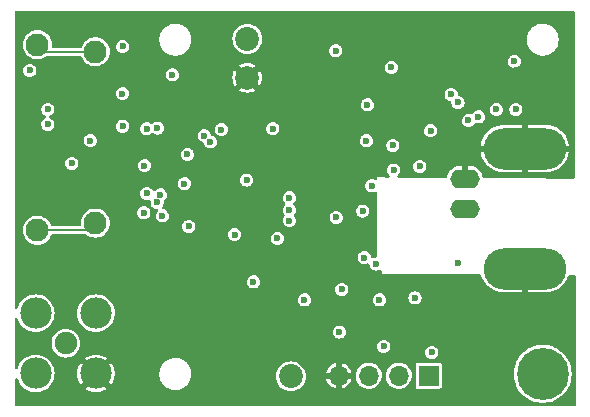
<source format=gbr>
%TF.GenerationSoftware,KiCad,Pcbnew,(6.0.11)*%
%TF.CreationDate,2024-01-26T14:49:33-06:00*%
%TF.ProjectId,voltage_sense,766f6c74-6167-4655-9f73-656e73652e6b,rev?*%
%TF.SameCoordinates,Original*%
%TF.FileFunction,Copper,L2,Inr*%
%TF.FilePolarity,Positive*%
%FSLAX46Y46*%
G04 Gerber Fmt 4.6, Leading zero omitted, Abs format (unit mm)*
G04 Created by KiCad (PCBNEW (6.0.11)) date 2024-01-26 14:49:33*
%MOMM*%
%LPD*%
G01*
G04 APERTURE LIST*
%TA.AperFunction,ComponentPad*%
%ADD10R,1.700000X1.700000*%
%TD*%
%TA.AperFunction,ComponentPad*%
%ADD11O,1.700000X1.700000*%
%TD*%
%TA.AperFunction,ComponentPad*%
%ADD12C,2.020000*%
%TD*%
%TA.AperFunction,ComponentPad*%
%ADD13C,2.000000*%
%TD*%
%TA.AperFunction,ComponentPad*%
%ADD14O,2.500000X1.600000*%
%TD*%
%TA.AperFunction,ComponentPad*%
%ADD15O,7.000000X3.500000*%
%TD*%
%TA.AperFunction,ComponentPad*%
%ADD16C,1.950000*%
%TD*%
%TA.AperFunction,ComponentPad*%
%ADD17C,4.400000*%
%TD*%
%TA.AperFunction,ComponentPad*%
%ADD18C,1.905000*%
%TD*%
%TA.AperFunction,ComponentPad*%
%ADD19C,2.667000*%
%TD*%
%TA.AperFunction,ViaPad*%
%ADD20C,0.600000*%
%TD*%
%TA.AperFunction,Conductor*%
%ADD21C,0.127000*%
%TD*%
G04 APERTURE END LIST*
D10*
%TO.N,+5V*%
%TO.C,J2*%
X35550000Y3168500D03*
D11*
%TO.N,-15V*%
X33010000Y3168500D03*
%TO.N,+15V*%
X30470000Y3168500D03*
%TO.N,GND*%
X27930000Y3168500D03*
%TD*%
D12*
%TO.N,Net-(C13-Pad2)*%
%TO.C,TP1*%
X23876000Y3111500D03*
%TD*%
D13*
%TO.N,GND*%
%TO.C,TP9*%
X20193000Y28384500D03*
%TD*%
D14*
%TO.N,Net-(J5-Pad1)*%
%TO.C,J5*%
X38608000Y17317500D03*
D15*
%TO.N,GND*%
X43688000Y22397500D03*
D14*
X38608000Y19857500D03*
D15*
X43688000Y12237500D03*
%TD*%
D16*
%TO.N,Net-(FB1-Pad1)*%
%TO.C,J4*%
X7318000Y16085500D03*
X7318000Y30585500D03*
X2418000Y31185500D03*
X2418000Y15485500D03*
%TD*%
D17*
%TO.N,Net-(H3-Pad1)*%
%TO.C,H3*%
X45200000Y3317500D03*
%TD*%
D12*
%TO.N,Net-(C1-Pad2)*%
%TO.C,TP2*%
X20193000Y31686500D03*
%TD*%
D18*
%TO.N,/vsense/SMA_OUT*%
%TO.C,J1*%
X4826000Y5905500D03*
D19*
%TO.N,GND*%
X7375900Y3355600D03*
%TO.N,N/C*%
X2276100Y3355600D03*
X2276100Y8455400D03*
X7375900Y8455400D03*
%TD*%
D20*
%TO.N,GND*%
X22479000Y22415500D03*
X6604000Y18697850D03*
X6299585Y22453676D03*
X33909000Y7175500D03*
X31206302Y23010217D03*
X44069000Y25330500D03*
X13399000Y13970500D03*
X29083000Y6540500D03*
X6858000Y20585500D03*
X6096000Y23685500D03*
X22860000Y11239500D03*
X17780000Y20891500D03*
X26162000Y11493500D03*
X21526200Y16301500D03*
X35687000Y22796500D03*
X36957000Y10350500D03*
X43053000Y29019500D03*
X38989000Y5270500D03*
X21018000Y19811500D03*
X6985000Y12128500D03*
X20193000Y14668500D03*
X11938000Y27368500D03*
X9525000Y32575500D03*
X29972000Y20891500D03*
X22250500Y8445500D03*
X24892000Y22669500D03*
X5969000Y26352500D03*
X17399000Y12001500D03*
X38100000Y29527500D03*
X39359593Y27119765D03*
X33401000Y32194500D03*
X14478000Y25971500D03*
%TO.N,Net-(C1-Pad2)*%
X13843000Y28638500D03*
X11483116Y20944616D03*
%TO.N,SCL*%
X12555000Y17843500D03*
X12827000Y18478500D03*
X39751000Y25077829D03*
X3302000Y24447500D03*
%TO.N,SDA*%
X41275000Y25717500D03*
X11684000Y24066500D03*
X15240000Y15811500D03*
X11679583Y18603701D03*
X3302000Y25717500D03*
%TO.N,+5V*%
X9603565Y27036642D03*
X27978592Y6865656D03*
X9639000Y31038500D03*
X16557715Y23490017D03*
X20701000Y11112500D03*
%TO.N,+15V*%
X22352000Y24086600D03*
X32385000Y29273500D03*
X34798000Y20891500D03*
X6893000Y23060600D03*
X29967611Y17103299D03*
X31094898Y12622500D03*
X23749000Y18224500D03*
%TO.N,-15V*%
X35709568Y23909302D03*
X17992250Y24005500D03*
X9646200Y24289900D03*
X30261701Y23050500D03*
X34397825Y9751186D03*
X42926000Y25717500D03*
X23749000Y17208500D03*
X35814000Y5143500D03*
X20142030Y19736000D03*
%TO.N,+3V3*%
X1778000Y29019500D03*
X31750000Y5651500D03*
X38918933Y24771567D03*
X25019000Y9588500D03*
X32587682Y20588705D03*
X5334000Y21145500D03*
%TO.N,Net-(C12-Pad1)*%
X37452537Y26975037D03*
X27686000Y30670500D03*
%TO.N,Net-(C21-Pad2)*%
X23749000Y16301500D03*
X19113500Y15113000D03*
%TO.N,/vsense/STG1_OUT*%
X27718000Y16573500D03*
X12583936Y24133000D03*
X30353000Y26098500D03*
%TO.N,Net-(C12-Pad2)*%
X38026116Y26299384D03*
%TO.N,Net-(R11-Pad2)*%
X42799000Y29781500D03*
%TO.N,/vsense/gain_adjust_2/OUT*%
X38067993Y12731493D03*
X30089498Y13149986D03*
%TO.N,+4V*%
X11434661Y16955403D03*
X14859000Y19413000D03*
X13011600Y16700500D03*
%TO.N,/vsense/SW3*%
X22733000Y14795500D03*
X32512000Y22669500D03*
%TO.N,Net-(C24-Pad2)*%
X15113000Y21907500D03*
X17053155Y22958655D03*
%TO.N,/vsense/-IN_A*%
X31369000Y9588500D03*
X28194000Y10477500D03*
%TO.N,/vsense/-IN_B*%
X30734000Y19240500D03*
%TD*%
D21*
%TO.N,Net-(FB1-Pad1)*%
X3018000Y30585500D02*
X2418000Y31185500D01*
X2418000Y15485500D02*
X6718000Y15485500D01*
X7318000Y30585500D02*
X3018000Y30585500D01*
X6718000Y15485500D02*
X7318000Y16085500D01*
%TD*%
%TA.AperFunction,Conductor*%
%TO.N,GND*%
G36*
X47849702Y34042998D02*
G01*
X47896195Y33989342D01*
X47907581Y33936920D01*
X47903174Y27028454D01*
X47903151Y26993013D01*
X47903152Y26992877D01*
X47903152Y26992766D01*
X47931507Y22296423D01*
X47945071Y20049817D01*
X47945491Y19980180D01*
X47925900Y19911939D01*
X47872526Y19865123D01*
X47802315Y19854596D01*
X47801522Y19854738D01*
X47801528Y19857251D01*
X47788076Y19857325D01*
X47788075Y19857325D01*
X43236867Y19882277D01*
X40227006Y19898778D01*
X40158997Y19919153D01*
X40112799Y19973063D01*
X40102217Y20013356D01*
X40098899Y20049817D01*
X40096601Y20061866D01*
X40041719Y20248337D01*
X40037126Y20259705D01*
X39947071Y20431964D01*
X39940357Y20442225D01*
X39818557Y20593713D01*
X39809979Y20602473D01*
X39661074Y20727420D01*
X39650963Y20734344D01*
X39480619Y20827990D01*
X39469355Y20832818D01*
X39284069Y20891594D01*
X39272080Y20894142D01*
X39120836Y20911107D01*
X39113812Y20911500D01*
X38880115Y20911500D01*
X38864876Y20907025D01*
X38863671Y20905635D01*
X38862000Y20897952D01*
X38862000Y20032955D01*
X38841998Y19964834D01*
X38788342Y19918341D01*
X38735309Y19906957D01*
X38479309Y19908360D01*
X38411299Y19928735D01*
X38365101Y19982645D01*
X38354000Y20034358D01*
X38354000Y20893385D01*
X38349525Y20908624D01*
X38348135Y20909829D01*
X38340452Y20911500D01*
X38109068Y20911500D01*
X38102920Y20911199D01*
X37958419Y20897031D01*
X37946384Y20894648D01*
X37760308Y20838468D01*
X37748967Y20833794D01*
X37577349Y20742543D01*
X37567124Y20735749D01*
X37416491Y20612895D01*
X37407801Y20604266D01*
X37283891Y20454486D01*
X37277035Y20444320D01*
X37184585Y20273338D01*
X37179833Y20262031D01*
X37122354Y20076347D01*
X37119888Y20064337D01*
X37116211Y20029350D01*
X37089198Y19963693D01*
X37030976Y19923064D01*
X36990215Y19916524D01*
X33759974Y19934234D01*
X33021391Y19938283D01*
X32953381Y19958658D01*
X32907183Y20012568D01*
X32897465Y20082896D01*
X32927311Y20147314D01*
X32945370Y20164237D01*
X32983156Y20193231D01*
X33072037Y20309063D01*
X33082074Y20333293D01*
X33124751Y20436325D01*
X33127910Y20443951D01*
X33129642Y20457101D01*
X33145889Y20580517D01*
X33146967Y20588705D01*
X33135922Y20672602D01*
X33128988Y20725273D01*
X33128987Y20725275D01*
X33127910Y20733459D01*
X33086754Y20832818D01*
X33075197Y20860719D01*
X33075196Y20860721D01*
X33072037Y20868347D01*
X33054271Y20891500D01*
X34238715Y20891500D01*
X34239793Y20883312D01*
X34256478Y20756577D01*
X34257772Y20746746D01*
X34313645Y20611858D01*
X34402526Y20496026D01*
X34409076Y20491000D01*
X34409079Y20490997D01*
X34511804Y20412173D01*
X34518357Y20407145D01*
X34653246Y20351272D01*
X34798000Y20332215D01*
X34806188Y20333293D01*
X34934566Y20350194D01*
X34942754Y20351272D01*
X35077643Y20407145D01*
X35084196Y20412173D01*
X35186921Y20490997D01*
X35186924Y20491000D01*
X35193474Y20496026D01*
X35282355Y20611858D01*
X35338228Y20746746D01*
X35339523Y20756577D01*
X35356207Y20883312D01*
X35357285Y20891500D01*
X35345084Y20984179D01*
X35339306Y21028068D01*
X35339305Y21028070D01*
X35338228Y21036254D01*
X35296368Y21137312D01*
X35285515Y21163514D01*
X35285514Y21163516D01*
X35282355Y21171142D01*
X35193474Y21286974D01*
X35186924Y21292000D01*
X35186921Y21292003D01*
X35084196Y21370827D01*
X35084194Y21370828D01*
X35077643Y21375855D01*
X34942754Y21431728D01*
X34798000Y21450785D01*
X34789812Y21449707D01*
X34661432Y21432806D01*
X34661430Y21432805D01*
X34653246Y21431728D01*
X34644664Y21428173D01*
X34525986Y21379015D01*
X34525984Y21379014D01*
X34518358Y21375855D01*
X34505768Y21366194D01*
X34417335Y21298337D01*
X34402526Y21286974D01*
X34313645Y21171142D01*
X34310486Y21163516D01*
X34310485Y21163514D01*
X34299632Y21137312D01*
X34257772Y21036254D01*
X34256695Y21028070D01*
X34256694Y21028068D01*
X34250916Y20984179D01*
X34238715Y20891500D01*
X33054271Y20891500D01*
X32983156Y20984179D01*
X32976606Y20989205D01*
X32976603Y20989208D01*
X32873878Y21068032D01*
X32873876Y21068033D01*
X32867325Y21073060D01*
X32732436Y21128933D01*
X32587682Y21147990D01*
X32579494Y21146912D01*
X32451114Y21130011D01*
X32451112Y21130010D01*
X32442928Y21128933D01*
X32422475Y21120461D01*
X32315668Y21076220D01*
X32315666Y21076219D01*
X32308040Y21073060D01*
X32249405Y21028068D01*
X32213799Y21000746D01*
X32192208Y20984179D01*
X32103327Y20868347D01*
X32100168Y20860721D01*
X32100167Y20860719D01*
X32088610Y20832818D01*
X32047454Y20733459D01*
X32046377Y20725275D01*
X32046376Y20725273D01*
X32039442Y20672602D01*
X32028397Y20588705D01*
X32029475Y20580517D01*
X32045723Y20457101D01*
X32047454Y20443951D01*
X32050613Y20436325D01*
X32093291Y20333293D01*
X32103327Y20309063D01*
X32192208Y20193231D01*
X32198758Y20188205D01*
X32198761Y20188202D01*
X32223734Y20169040D01*
X32265601Y20111702D01*
X32269823Y20040831D01*
X32235058Y19978928D01*
X32172346Y19945647D01*
X32146342Y19943080D01*
X31711864Y19945462D01*
X31193044Y19948307D01*
X31193043Y19948307D01*
X31174929Y19948406D01*
X31174690Y19854596D01*
X31174669Y19846408D01*
X31154493Y19778338D01*
X31100719Y19731982D01*
X31030419Y19722058D01*
X31000451Y19730320D01*
X30886384Y19777568D01*
X30886381Y19777569D01*
X30878754Y19780728D01*
X30734000Y19799785D01*
X30725812Y19798707D01*
X30597432Y19781806D01*
X30597430Y19781805D01*
X30589246Y19780728D01*
X30541430Y19760922D01*
X30461986Y19728015D01*
X30461984Y19728014D01*
X30454358Y19724855D01*
X30338526Y19635974D01*
X30249645Y19520142D01*
X30246486Y19512516D01*
X30246485Y19512514D01*
X30220511Y19449807D01*
X30193772Y19385254D01*
X30192695Y19377070D01*
X30192694Y19377068D01*
X30187221Y19335497D01*
X30174715Y19240500D01*
X30175793Y19232312D01*
X30187845Y19140769D01*
X30193772Y19095746D01*
X30199040Y19083029D01*
X30223459Y19024077D01*
X30249645Y18960858D01*
X30254672Y18954307D01*
X30331859Y18853715D01*
X30338526Y18845026D01*
X30345076Y18840000D01*
X30345079Y18839997D01*
X30447804Y18761173D01*
X30454357Y18756145D01*
X30589246Y18700272D01*
X30734000Y18681215D01*
X30742188Y18682293D01*
X30870566Y18699194D01*
X30878754Y18700272D01*
X30886381Y18703431D01*
X30886384Y18703432D01*
X30997350Y18749396D01*
X31067940Y18756985D01*
X31131427Y18725206D01*
X31167654Y18664148D01*
X31171568Y18632665D01*
X31158555Y13538909D01*
X31157945Y13300262D01*
X31137769Y13232193D01*
X31083994Y13185837D01*
X31048393Y13175663D01*
X31003040Y13169692D01*
X30958330Y13163806D01*
X30958328Y13163805D01*
X30950144Y13162728D01*
X30815256Y13106855D01*
X30813953Y13110000D01*
X30760351Y13096967D01*
X30693247Y13120153D01*
X30649331Y13175937D01*
X30641359Y13206380D01*
X30630804Y13286555D01*
X30630803Y13286558D01*
X30629726Y13294740D01*
X30573853Y13429628D01*
X30484972Y13545460D01*
X30478422Y13550486D01*
X30478419Y13550489D01*
X30375694Y13629313D01*
X30375692Y13629314D01*
X30369141Y13634341D01*
X30234252Y13690214D01*
X30089498Y13709271D01*
X30081310Y13708193D01*
X29952930Y13691292D01*
X29952928Y13691291D01*
X29944744Y13690214D01*
X29896928Y13670408D01*
X29817484Y13637501D01*
X29817482Y13637500D01*
X29809856Y13634341D01*
X29694024Y13545460D01*
X29605143Y13429628D01*
X29549270Y13294740D01*
X29548193Y13286556D01*
X29548192Y13286554D01*
X29537637Y13206380D01*
X29530213Y13149986D01*
X29531291Y13141798D01*
X29547593Y13017974D01*
X29549270Y13005232D01*
X29552429Y12997606D01*
X29591972Y12902142D01*
X29605143Y12870344D01*
X29694024Y12754512D01*
X29700574Y12749486D01*
X29700577Y12749483D01*
X29803302Y12670659D01*
X29809855Y12665631D01*
X29944744Y12609758D01*
X30089498Y12590701D01*
X30097686Y12591779D01*
X30226064Y12608680D01*
X30234252Y12609758D01*
X30369141Y12665631D01*
X30370444Y12662486D01*
X30424045Y12675519D01*
X30491149Y12652333D01*
X30535065Y12596549D01*
X30543037Y12566106D01*
X30554670Y12477746D01*
X30610543Y12342858D01*
X30699424Y12227026D01*
X30705974Y12222000D01*
X30705977Y12221997D01*
X30808702Y12143173D01*
X30815255Y12138145D01*
X30950144Y12082272D01*
X31094898Y12063215D01*
X31103086Y12064293D01*
X31105654Y12064631D01*
X31239652Y12082272D01*
X31247279Y12085431D01*
X31247282Y12085432D01*
X31358265Y12131403D01*
X31408616Y12140976D01*
X31443900Y12140379D01*
X31453390Y12140218D01*
X31521162Y12119066D01*
X31566740Y12064631D01*
X31577255Y12013487D01*
X31575880Y11782098D01*
X31589471Y11782037D01*
X31589473Y11782037D01*
X39898118Y11745041D01*
X39966149Y11724736D01*
X40012403Y11670873D01*
X40016439Y11660791D01*
X40092644Y11443792D01*
X40096179Y11435624D01*
X40222892Y11191688D01*
X40227529Y11184120D01*
X40387359Y10960461D01*
X40393019Y10953619D01*
X40582766Y10754714D01*
X40589335Y10748737D01*
X40805213Y10578552D01*
X40812555Y10573563D01*
X41050269Y10435487D01*
X41058227Y10431588D01*
X41313015Y10328388D01*
X41321477Y10325639D01*
X41588247Y10259373D01*
X41597008Y10257844D01*
X41831405Y10233828D01*
X41837820Y10233500D01*
X43415885Y10233500D01*
X43431124Y10237975D01*
X43432329Y10239365D01*
X43434000Y10247048D01*
X43434000Y11602734D01*
X43454002Y11670855D01*
X43507658Y11717348D01*
X43560561Y11728733D01*
X43713040Y11728055D01*
X43816562Y11727594D01*
X43884592Y11707289D01*
X43930845Y11653427D01*
X43942000Y11601595D01*
X43942000Y10251615D01*
X43946475Y10236376D01*
X43947865Y10235171D01*
X43955548Y10233500D01*
X45508072Y10233500D01*
X45512522Y10233658D01*
X45716635Y10248110D01*
X45725445Y10249363D01*
X45994170Y10307218D01*
X46002711Y10309700D01*
X46260599Y10404839D01*
X46268701Y10408497D01*
X46510624Y10539032D01*
X46518122Y10543791D01*
X46739226Y10707101D01*
X46746000Y10712886D01*
X46941881Y10905715D01*
X46947769Y10912392D01*
X47114534Y11130908D01*
X47119414Y11138337D01*
X47253726Y11378168D01*
X47257508Y11386206D01*
X47352130Y11630788D01*
X47395364Y11687103D01*
X47462180Y11711105D01*
X47470203Y11711325D01*
X47488618Y11711243D01*
X47870744Y11709541D01*
X47938775Y11689235D01*
X47985029Y11635373D01*
X47996181Y11584304D01*
X47997377Y11386206D01*
X47999498Y11034857D01*
X47999500Y11034096D01*
X47999500Y698000D01*
X47979498Y629879D01*
X47925842Y583386D01*
X47873500Y572000D01*
X634500Y572000D01*
X566379Y592002D01*
X519886Y645658D01*
X508500Y698000D01*
X508500Y2851168D01*
X528502Y2919289D01*
X582158Y2965782D01*
X652432Y2975886D01*
X717012Y2946392D01*
X757018Y2880583D01*
X759995Y2868181D01*
X759999Y2868169D01*
X761153Y2863364D01*
X763043Y2858801D01*
X763045Y2858795D01*
X824767Y2709785D01*
X856807Y2632434D01*
X987409Y2419311D01*
X1149743Y2229243D01*
X1339811Y2066909D01*
X1552934Y1936307D01*
X1557504Y1934414D01*
X1557508Y1934412D01*
X1779295Y1842545D01*
X1779301Y1842543D01*
X1783864Y1840653D01*
X1788664Y1839501D01*
X1788669Y1839499D01*
X1899932Y1812787D01*
X2026914Y1782301D01*
X2276100Y1762690D01*
X2525286Y1782301D01*
X2652268Y1812787D01*
X2763531Y1839499D01*
X2763536Y1839501D01*
X2768336Y1840653D01*
X2772899Y1842543D01*
X2772905Y1842545D01*
X2994692Y1934412D01*
X2994696Y1934414D01*
X2999266Y1936307D01*
X3209465Y2065117D01*
X6450247Y2065117D01*
X6455974Y2057467D01*
X6648741Y1939339D01*
X6657535Y1934858D01*
X6879246Y1843023D01*
X6888631Y1839974D01*
X7121979Y1783951D01*
X7131726Y1782408D01*
X7370970Y1763579D01*
X7380830Y1763579D01*
X7620074Y1782408D01*
X7629821Y1783951D01*
X7863169Y1839974D01*
X7872554Y1843023D01*
X8094265Y1934858D01*
X8103059Y1939339D01*
X8292160Y2055220D01*
X8301620Y2065676D01*
X8297836Y2074454D01*
X7388712Y2983578D01*
X7374768Y2991192D01*
X7372935Y2991061D01*
X7366320Y2986810D01*
X6457007Y2077497D01*
X6450247Y2065117D01*
X3209465Y2065117D01*
X3212389Y2066909D01*
X3402457Y2229243D01*
X3564791Y2419311D01*
X3695393Y2632434D01*
X3727433Y2709785D01*
X3789155Y2858795D01*
X3789157Y2858801D01*
X3791047Y2863364D01*
X3792204Y2868181D01*
X3840963Y3071278D01*
X3849399Y3106414D01*
X3868622Y3350670D01*
X5783879Y3350670D01*
X5802708Y3111426D01*
X5804251Y3101679D01*
X5860274Y2868331D01*
X5863323Y2858946D01*
X5955158Y2637235D01*
X5959639Y2628441D01*
X6075520Y2439340D01*
X6085976Y2429880D01*
X6094754Y2433664D01*
X7003878Y3342788D01*
X7010256Y3354468D01*
X7740308Y3354468D01*
X7740439Y3352635D01*
X7744690Y3346020D01*
X8654003Y2436707D01*
X8666383Y2429947D01*
X8674033Y2435674D01*
X8792161Y2628441D01*
X8796642Y2637235D01*
X8888477Y2858946D01*
X8891526Y2868331D01*
X8947549Y3101679D01*
X8949092Y3111426D01*
X8967921Y3350670D01*
X8967921Y3360530D01*
X8966268Y3381536D01*
X12742112Y3381536D01*
X12742312Y3376208D01*
X12742312Y3376206D01*
X12744464Y3318901D01*
X12743705Y3318872D01*
X12744034Y3317484D01*
X12744340Y3317511D01*
X12744374Y3317123D01*
X12744465Y3315662D01*
X12744523Y3315415D01*
X12744648Y3313993D01*
X12750736Y3151831D01*
X12751831Y3146612D01*
X12764628Y3085621D01*
X12763861Y3085460D01*
X12764841Y3083184D01*
X12764937Y3082092D01*
X12766361Y3076778D01*
X12766464Y3076193D01*
X12767635Y3071290D01*
X12797939Y2926863D01*
X12821054Y2868331D01*
X12823975Y2860934D01*
X12824724Y2858959D01*
X12826097Y2853837D01*
X12828422Y2848851D01*
X12828423Y2848849D01*
X12828947Y2847725D01*
X12831934Y2840783D01*
X12882372Y2713064D01*
X12919273Y2652254D01*
X12920811Y2649374D01*
X12920890Y2649420D01*
X12923639Y2644659D01*
X12925965Y2639671D01*
X12929122Y2635163D01*
X12929124Y2635159D01*
X12930674Y2632945D01*
X12935181Y2626038D01*
X12989950Y2535782D01*
X13001621Y2516548D01*
X13005116Y2512521D01*
X13005117Y2512519D01*
X13051993Y2458500D01*
X13055555Y2453937D01*
X13058347Y2450610D01*
X13061505Y2446099D01*
X13067791Y2439813D01*
X13073861Y2433299D01*
X13119705Y2380469D01*
X13152276Y2342934D01*
X13196753Y2306465D01*
X13216309Y2290430D01*
X13223574Y2283848D01*
X13224706Y2282898D01*
X13228599Y2279005D01*
X13233103Y2275851D01*
X13233108Y2275847D01*
X13235936Y2273867D01*
X13243554Y2268090D01*
X13325901Y2200569D01*
X13325907Y2200565D01*
X13330029Y2197185D01*
X13339403Y2191849D01*
X13407355Y2153169D01*
X13417296Y2146878D01*
X13417660Y2146623D01*
X13417667Y2146619D01*
X13422171Y2143465D01*
X13427155Y2141141D01*
X13427160Y2141138D01*
X13429875Y2139872D01*
X13438952Y2135182D01*
X13472097Y2116315D01*
X13529798Y2083470D01*
X13619498Y2050910D01*
X13629753Y2046667D01*
X13631348Y2045923D01*
X13631350Y2045922D01*
X13636337Y2043597D01*
X13641653Y2042173D01*
X13641655Y2042172D01*
X13642719Y2041887D01*
X13643702Y2041624D01*
X13654081Y2038357D01*
X13745871Y2005039D01*
X13846443Y1986852D01*
X13856616Y1984574D01*
X13864592Y1982437D01*
X13870990Y1981877D01*
X13882412Y1980348D01*
X13972069Y1964136D01*
X13976208Y1963941D01*
X13976215Y1963940D01*
X13994670Y1963070D01*
X13994677Y1963070D01*
X13996158Y1963000D01*
X14157712Y1963000D01*
X14237444Y1969765D01*
X14323733Y1977087D01*
X14323737Y1977088D01*
X14329044Y1977538D01*
X14334199Y1978876D01*
X14334205Y1978877D01*
X14546368Y2033944D01*
X14546367Y2033944D01*
X14551539Y2035286D01*
X14713553Y2108268D01*
X14756262Y2127507D01*
X14756265Y2127508D01*
X14761123Y2129697D01*
X14951803Y2258070D01*
X14978826Y2283848D01*
X15088620Y2388587D01*
X15118128Y2416736D01*
X15144984Y2452831D01*
X15252156Y2596876D01*
X15255342Y2601158D01*
X15259415Y2609168D01*
X15357102Y2801306D01*
X15357102Y2801307D01*
X15359520Y2806062D01*
X15427685Y3025589D01*
X15439072Y3111500D01*
X22606670Y3111500D01*
X22607149Y3106025D01*
X22625091Y2900952D01*
X22625954Y2891083D01*
X22627378Y2885770D01*
X22627378Y2885768D01*
X22671044Y2722807D01*
X22683220Y2677364D01*
X22685543Y2672383D01*
X22685543Y2672382D01*
X22774402Y2481822D01*
X22774405Y2481817D01*
X22776728Y2476835D01*
X22779884Y2472328D01*
X22779885Y2472326D01*
X22897997Y2303645D01*
X22903637Y2295590D01*
X23060090Y2139137D01*
X23064598Y2135980D01*
X23064601Y2135978D01*
X23210321Y2033944D01*
X23241335Y2012228D01*
X23246317Y2009905D01*
X23246322Y2009902D01*
X23408212Y1934412D01*
X23441864Y1918720D01*
X23447172Y1917298D01*
X23447174Y1917297D01*
X23650268Y1862878D01*
X23650270Y1862878D01*
X23655583Y1861454D01*
X23876000Y1842170D01*
X24096417Y1861454D01*
X24101730Y1862878D01*
X24101732Y1862878D01*
X24304826Y1917297D01*
X24304828Y1917298D01*
X24310136Y1918720D01*
X24343788Y1934412D01*
X24505678Y2009902D01*
X24505683Y2009905D01*
X24510665Y2012228D01*
X24541679Y2033944D01*
X24687399Y2135978D01*
X24687402Y2135980D01*
X24691910Y2139137D01*
X24848363Y2295590D01*
X24854004Y2303645D01*
X24972115Y2472326D01*
X24972116Y2472328D01*
X24975272Y2476835D01*
X24977595Y2481817D01*
X24977598Y2481822D01*
X25066457Y2672382D01*
X25066457Y2672383D01*
X25068780Y2677364D01*
X25080957Y2722807D01*
X25124622Y2885768D01*
X25124622Y2885770D01*
X25126046Y2891083D01*
X25126910Y2900952D01*
X25126961Y2901538D01*
X26858671Y2901538D01*
X26883443Y2803998D01*
X26887284Y2793152D01*
X26967394Y2619380D01*
X26973145Y2609419D01*
X27083579Y2453157D01*
X27091057Y2444402D01*
X27228114Y2310888D01*
X27237058Y2303645D01*
X27396156Y2197339D01*
X27406266Y2191849D01*
X27582077Y2116315D01*
X27593020Y2112760D01*
X27658332Y2097981D01*
X27672405Y2098870D01*
X27675828Y2107819D01*
X28184000Y2107819D01*
X28187966Y2094313D01*
X28196672Y2093067D01*
X28375497Y2153770D01*
X28385994Y2158444D01*
X28552958Y2251948D01*
X28562430Y2258458D01*
X28709553Y2380818D01*
X28717682Y2388947D01*
X28840042Y2536070D01*
X28846552Y2545542D01*
X28940056Y2712506D01*
X28944730Y2723003D01*
X29005443Y2901856D01*
X29004210Y2910507D01*
X28990642Y2914500D01*
X28202115Y2914500D01*
X28186876Y2910025D01*
X28185671Y2908635D01*
X28184000Y2900952D01*
X28184000Y2107819D01*
X27675828Y2107819D01*
X27676000Y2108268D01*
X27676000Y2896385D01*
X27671525Y2911624D01*
X27670135Y2912829D01*
X27662452Y2914500D01*
X26873494Y2914500D01*
X26859963Y2910527D01*
X26858671Y2901538D01*
X25126961Y2901538D01*
X25144851Y3106025D01*
X25145330Y3111500D01*
X25137803Y3197536D01*
X29361148Y3197536D01*
X29374424Y2994978D01*
X29375845Y2989382D01*
X29375846Y2989377D01*
X29411822Y2847725D01*
X29424392Y2798231D01*
X29426809Y2792988D01*
X29463654Y2713064D01*
X29509377Y2613884D01*
X29512710Y2609168D01*
X29622688Y2453552D01*
X29626533Y2448111D01*
X29630675Y2444076D01*
X29687267Y2388947D01*
X29771938Y2306465D01*
X29776742Y2303255D01*
X29791440Y2293434D01*
X29940720Y2193688D01*
X29946023Y2191410D01*
X29946026Y2191408D01*
X30093327Y2128123D01*
X30127228Y2113558D01*
X30192140Y2098870D01*
X30319579Y2070033D01*
X30319584Y2070032D01*
X30325216Y2068758D01*
X30330987Y2068531D01*
X30330989Y2068531D01*
X30390756Y2066183D01*
X30528053Y2060788D01*
X30643293Y2077497D01*
X30723231Y2089087D01*
X30723236Y2089088D01*
X30728945Y2089916D01*
X30734409Y2091771D01*
X30734414Y2091772D01*
X30915693Y2153308D01*
X30915698Y2153310D01*
X30921165Y2155166D01*
X30927019Y2158444D01*
X31002238Y2200569D01*
X31098276Y2254353D01*
X31102746Y2258070D01*
X31249913Y2380469D01*
X31254345Y2384155D01*
X31280769Y2415926D01*
X31380453Y2535782D01*
X31380455Y2535785D01*
X31384147Y2540224D01*
X31463923Y2682674D01*
X31480510Y2712292D01*
X31480511Y2712294D01*
X31483334Y2717335D01*
X31485190Y2722802D01*
X31485192Y2722807D01*
X31546728Y2904086D01*
X31546729Y2904091D01*
X31548584Y2909555D01*
X31549412Y2915264D01*
X31549413Y2915269D01*
X31572745Y3076193D01*
X31577712Y3110447D01*
X31579232Y3168500D01*
X31576564Y3197536D01*
X31901148Y3197536D01*
X31914424Y2994978D01*
X31915845Y2989382D01*
X31915846Y2989377D01*
X31951822Y2847725D01*
X31964392Y2798231D01*
X31966809Y2792988D01*
X32003654Y2713064D01*
X32049377Y2613884D01*
X32052710Y2609168D01*
X32162688Y2453552D01*
X32166533Y2448111D01*
X32170675Y2444076D01*
X32227267Y2388947D01*
X32311938Y2306465D01*
X32316742Y2303255D01*
X32331440Y2293434D01*
X32480720Y2193688D01*
X32486023Y2191410D01*
X32486026Y2191408D01*
X32633327Y2128123D01*
X32667228Y2113558D01*
X32732140Y2098870D01*
X32859579Y2070033D01*
X32859584Y2070032D01*
X32865216Y2068758D01*
X32870987Y2068531D01*
X32870989Y2068531D01*
X32930756Y2066183D01*
X33068053Y2060788D01*
X33183293Y2077497D01*
X33263231Y2089087D01*
X33263236Y2089088D01*
X33268945Y2089916D01*
X33274409Y2091771D01*
X33274414Y2091772D01*
X33455693Y2153308D01*
X33455698Y2153310D01*
X33461165Y2155166D01*
X33467019Y2158444D01*
X33542238Y2200569D01*
X33638276Y2254353D01*
X33642746Y2258070D01*
X33789913Y2380469D01*
X33794345Y2384155D01*
X33820769Y2415926D01*
X33920453Y2535782D01*
X33920455Y2535785D01*
X33924147Y2540224D01*
X34003923Y2682674D01*
X34020510Y2712292D01*
X34020511Y2712294D01*
X34023334Y2717335D01*
X34025190Y2722802D01*
X34025192Y2722807D01*
X34086728Y2904086D01*
X34086729Y2904091D01*
X34088584Y2909555D01*
X34089412Y2915264D01*
X34089413Y2915269D01*
X34112745Y3076193D01*
X34117712Y3110447D01*
X34119232Y3168500D01*
X34105576Y3317123D01*
X34101187Y3364887D01*
X34101186Y3364890D01*
X34100658Y3370641D01*
X34099090Y3376201D01*
X34047125Y3560454D01*
X34047124Y3560456D01*
X34045557Y3566013D01*
X34034978Y3587467D01*
X33958331Y3742891D01*
X33955776Y3748072D01*
X33940113Y3769048D01*
X33895390Y3828938D01*
X33834320Y3910721D01*
X33690609Y4043567D01*
X34445500Y4043567D01*
X34445501Y2293434D01*
X34460266Y2219199D01*
X34467161Y2208880D01*
X34467162Y2208878D01*
X34504386Y2153169D01*
X34516516Y2135016D01*
X34600699Y2078766D01*
X34674933Y2064000D01*
X35549858Y2064000D01*
X36425066Y2064001D01*
X36460818Y2071112D01*
X36487126Y2076344D01*
X36487128Y2076345D01*
X36499301Y2078766D01*
X36509621Y2085661D01*
X36509622Y2085662D01*
X36573168Y2128123D01*
X36583484Y2135016D01*
X36639734Y2219199D01*
X36654500Y2293433D01*
X36654499Y3317500D01*
X42740647Y3317500D01*
X42760040Y3009261D01*
X42817912Y2705884D01*
X42913351Y2412152D01*
X43044853Y2132698D01*
X43046971Y2129360D01*
X43046973Y2129357D01*
X43140515Y1981959D01*
X43210342Y1871929D01*
X43407209Y1633957D01*
X43632349Y1422536D01*
X43635551Y1420209D01*
X43635553Y1420208D01*
X43879004Y1243331D01*
X43879009Y1243328D01*
X43882213Y1241000D01*
X44152858Y1092211D01*
X44440018Y978516D01*
X44739163Y901709D01*
X45045576Y863000D01*
X45354424Y863000D01*
X45660837Y901709D01*
X45959982Y978516D01*
X46247142Y1092211D01*
X46517787Y1241000D01*
X46520991Y1243328D01*
X46520996Y1243331D01*
X46764447Y1420208D01*
X46764449Y1420209D01*
X46767651Y1422536D01*
X46992791Y1633957D01*
X47189658Y1871929D01*
X47259485Y1981959D01*
X47353027Y2129357D01*
X47353029Y2129360D01*
X47355147Y2132698D01*
X47486649Y2412152D01*
X47582088Y2705884D01*
X47639960Y3009261D01*
X47659353Y3317500D01*
X47639960Y3625739D01*
X47582088Y3929116D01*
X47486649Y4222848D01*
X47355147Y4502302D01*
X47325580Y4548893D01*
X47191780Y4759727D01*
X47189658Y4763071D01*
X46992791Y5001043D01*
X46767651Y5212464D01*
X46653788Y5295190D01*
X46520996Y5391669D01*
X46520991Y5391672D01*
X46517787Y5394000D01*
X46350217Y5486123D01*
X46250604Y5540886D01*
X46250601Y5540888D01*
X46247142Y5542789D01*
X45959982Y5656484D01*
X45660837Y5733291D01*
X45354424Y5772000D01*
X45045576Y5772000D01*
X44739163Y5733291D01*
X44440018Y5656484D01*
X44152858Y5542789D01*
X44149399Y5540888D01*
X44149396Y5540886D01*
X44049783Y5486123D01*
X43882213Y5394000D01*
X43879009Y5391672D01*
X43879004Y5391669D01*
X43746212Y5295190D01*
X43632349Y5212464D01*
X43407209Y5001043D01*
X43210342Y4763071D01*
X43208220Y4759727D01*
X43074421Y4548893D01*
X43044853Y4502302D01*
X42913351Y4222848D01*
X42817912Y3929116D01*
X42760040Y3625739D01*
X42740647Y3317500D01*
X36654499Y3317500D01*
X36654499Y4043566D01*
X36639734Y4117801D01*
X36613654Y4156833D01*
X36590377Y4191668D01*
X36583484Y4201984D01*
X36499301Y4258234D01*
X36425067Y4273000D01*
X35550142Y4273000D01*
X34674934Y4272999D01*
X34639182Y4265888D01*
X34612874Y4260656D01*
X34612872Y4260655D01*
X34600699Y4258234D01*
X34590379Y4251339D01*
X34590378Y4251338D01*
X34553112Y4226437D01*
X34516516Y4201984D01*
X34460266Y4117801D01*
X34445500Y4043567D01*
X33690609Y4043567D01*
X33685258Y4048513D01*
X33680375Y4051594D01*
X33680371Y4051597D01*
X33534728Y4143490D01*
X33513581Y4156833D01*
X33325039Y4232054D01*
X33319379Y4233180D01*
X33319375Y4233181D01*
X33131613Y4270529D01*
X33131610Y4270529D01*
X33125946Y4271656D01*
X33120171Y4271732D01*
X33120167Y4271732D01*
X33018793Y4273059D01*
X32922971Y4274313D01*
X32917274Y4273334D01*
X32917273Y4273334D01*
X32829397Y4258234D01*
X32722910Y4239936D01*
X32532463Y4169676D01*
X32358010Y4065888D01*
X32353670Y4062082D01*
X32353666Y4062079D01*
X32263191Y3982734D01*
X32205392Y3932045D01*
X32201817Y3927510D01*
X32201816Y3927509D01*
X32191675Y3914645D01*
X32079720Y3772631D01*
X32077031Y3767520D01*
X32077029Y3767517D01*
X32048394Y3713091D01*
X31985203Y3592985D01*
X31925007Y3399122D01*
X31901148Y3197536D01*
X31576564Y3197536D01*
X31565576Y3317123D01*
X31561187Y3364887D01*
X31561186Y3364890D01*
X31560658Y3370641D01*
X31559090Y3376201D01*
X31507125Y3560454D01*
X31507124Y3560456D01*
X31505557Y3566013D01*
X31494978Y3587467D01*
X31418331Y3742891D01*
X31415776Y3748072D01*
X31400113Y3769048D01*
X31355390Y3828938D01*
X31294320Y3910721D01*
X31145258Y4048513D01*
X31140375Y4051594D01*
X31140371Y4051597D01*
X30994728Y4143490D01*
X30973581Y4156833D01*
X30785039Y4232054D01*
X30779379Y4233180D01*
X30779375Y4233181D01*
X30591613Y4270529D01*
X30591610Y4270529D01*
X30585946Y4271656D01*
X30580171Y4271732D01*
X30580167Y4271732D01*
X30478793Y4273059D01*
X30382971Y4274313D01*
X30377274Y4273334D01*
X30377273Y4273334D01*
X30289397Y4258234D01*
X30182910Y4239936D01*
X29992463Y4169676D01*
X29818010Y4065888D01*
X29813670Y4062082D01*
X29813666Y4062079D01*
X29723191Y3982734D01*
X29665392Y3932045D01*
X29661817Y3927510D01*
X29661816Y3927509D01*
X29651675Y3914645D01*
X29539720Y3772631D01*
X29537031Y3767520D01*
X29537029Y3767517D01*
X29508394Y3713091D01*
X29445203Y3592985D01*
X29385007Y3399122D01*
X29361148Y3197536D01*
X25137803Y3197536D01*
X25126046Y3331917D01*
X25120495Y3352635D01*
X25100917Y3425701D01*
X26857943Y3425701D01*
X26864675Y3422500D01*
X27657885Y3422500D01*
X27673124Y3426975D01*
X27674329Y3428365D01*
X27676000Y3436048D01*
X27676000Y3440615D01*
X28184000Y3440615D01*
X28188475Y3425376D01*
X28189865Y3424171D01*
X28197548Y3422500D01*
X28987398Y3422500D01*
X29000929Y3426473D01*
X29002098Y3434608D01*
X28966658Y3560269D01*
X28962533Y3571016D01*
X28877903Y3742629D01*
X28871893Y3752437D01*
X28757400Y3905761D01*
X28749710Y3914301D01*
X28609192Y4044196D01*
X28600067Y4051197D01*
X28438236Y4153305D01*
X28427989Y4158526D01*
X28250260Y4229432D01*
X28239232Y4232699D01*
X28201769Y4240150D01*
X28188894Y4238998D01*
X28184000Y4223842D01*
X28184000Y3440615D01*
X27676000Y3440615D01*
X27676000Y4227000D01*
X27672194Y4239962D01*
X27657279Y4241898D01*
X27648732Y4240429D01*
X27637620Y4237452D01*
X27458095Y4171221D01*
X27447717Y4166271D01*
X27283273Y4068437D01*
X27273961Y4061671D01*
X27130097Y3935506D01*
X27122180Y3927163D01*
X27003718Y3776895D01*
X26997450Y3767244D01*
X26908358Y3597908D01*
X26903953Y3587273D01*
X26858162Y3439802D01*
X26857943Y3425701D01*
X25100917Y3425701D01*
X25070203Y3540326D01*
X25070202Y3540328D01*
X25068780Y3545636D01*
X25061870Y3560454D01*
X24977598Y3741178D01*
X24977595Y3741183D01*
X24975272Y3746165D01*
X24972115Y3750674D01*
X24851522Y3922899D01*
X24851520Y3922902D01*
X24848363Y3927410D01*
X24691910Y4083863D01*
X24687402Y4087020D01*
X24687399Y4087022D01*
X24515174Y4207615D01*
X24515172Y4207616D01*
X24510665Y4210772D01*
X24505683Y4213095D01*
X24505678Y4213098D01*
X24315118Y4301957D01*
X24315117Y4301957D01*
X24310136Y4304280D01*
X24304828Y4305702D01*
X24304826Y4305703D01*
X24101732Y4360122D01*
X24101730Y4360122D01*
X24096417Y4361546D01*
X23876000Y4380830D01*
X23655583Y4361546D01*
X23650270Y4360122D01*
X23650268Y4360122D01*
X23447174Y4305703D01*
X23447172Y4305702D01*
X23441864Y4304280D01*
X23436883Y4301957D01*
X23436882Y4301957D01*
X23246322Y4213098D01*
X23246317Y4213095D01*
X23241335Y4210772D01*
X23236828Y4207616D01*
X23236826Y4207615D01*
X23064601Y4087022D01*
X23064598Y4087020D01*
X23060090Y4083863D01*
X22903637Y3927410D01*
X22900480Y3922902D01*
X22900478Y3922899D01*
X22779885Y3750674D01*
X22776728Y3746165D01*
X22774405Y3741183D01*
X22774402Y3741178D01*
X22690130Y3560454D01*
X22683220Y3545636D01*
X22681798Y3540328D01*
X22681797Y3540326D01*
X22631505Y3352635D01*
X22625954Y3331917D01*
X22606670Y3111500D01*
X15439072Y3111500D01*
X15439424Y3114156D01*
X15457188Y3248181D01*
X15457188Y3248184D01*
X15457888Y3253464D01*
X15455536Y3316099D01*
X15456295Y3316128D01*
X15455966Y3317516D01*
X15455660Y3317489D01*
X15455626Y3317877D01*
X15455535Y3319338D01*
X15455477Y3319585D01*
X15455352Y3321007D01*
X15449264Y3483169D01*
X15435372Y3549379D01*
X15436139Y3549540D01*
X15435159Y3551816D01*
X15435063Y3552908D01*
X15433639Y3558222D01*
X15433536Y3558807D01*
X15432362Y3563722D01*
X15431882Y3566013D01*
X15402061Y3708137D01*
X15376025Y3774066D01*
X15375276Y3776041D01*
X15373903Y3781163D01*
X15371577Y3786151D01*
X15371053Y3787275D01*
X15368066Y3794217D01*
X15317628Y3921936D01*
X15280727Y3982746D01*
X15279189Y3985626D01*
X15279110Y3985580D01*
X15276361Y3990341D01*
X15274035Y3995329D01*
X15270876Y3999841D01*
X15269326Y4002055D01*
X15264819Y4008962D01*
X15201147Y4113891D01*
X15201145Y4113894D01*
X15198379Y4118452D01*
X15194883Y4122481D01*
X15148007Y4176500D01*
X15144445Y4181063D01*
X15141653Y4184390D01*
X15138495Y4188901D01*
X15132209Y4195187D01*
X15126139Y4201701D01*
X15051224Y4288033D01*
X15051222Y4288035D01*
X15047724Y4292066D01*
X14983692Y4344570D01*
X14976426Y4351152D01*
X14975294Y4352102D01*
X14971401Y4355995D01*
X14966897Y4359149D01*
X14966892Y4359153D01*
X14964064Y4361133D01*
X14956446Y4366910D01*
X14874099Y4434431D01*
X14874093Y4434435D01*
X14869971Y4437815D01*
X14792645Y4481831D01*
X14782704Y4488122D01*
X14782340Y4488377D01*
X14782333Y4488381D01*
X14777829Y4491535D01*
X14772845Y4493859D01*
X14772840Y4493862D01*
X14770125Y4495128D01*
X14761048Y4499818D01*
X14716939Y4524926D01*
X14670202Y4551530D01*
X14580502Y4584090D01*
X14570247Y4588333D01*
X14568652Y4589077D01*
X14568650Y4589078D01*
X14563663Y4591403D01*
X14558347Y4592827D01*
X14558345Y4592828D01*
X14557281Y4593113D01*
X14556298Y4593376D01*
X14545919Y4596643D01*
X14454129Y4629961D01*
X14353557Y4648148D01*
X14343384Y4650426D01*
X14335408Y4652563D01*
X14329010Y4653123D01*
X14317588Y4654652D01*
X14227931Y4670864D01*
X14223792Y4671059D01*
X14223785Y4671060D01*
X14205330Y4671930D01*
X14205323Y4671930D01*
X14203842Y4672000D01*
X14042288Y4672000D01*
X13962556Y4665235D01*
X13876267Y4657913D01*
X13876263Y4657912D01*
X13870956Y4657462D01*
X13865801Y4656124D01*
X13865795Y4656123D01*
X13693058Y4611289D01*
X13648461Y4599714D01*
X13541497Y4551530D01*
X13443738Y4507493D01*
X13443735Y4507492D01*
X13438877Y4505303D01*
X13248197Y4376930D01*
X13244340Y4373251D01*
X13244338Y4373249D01*
X13218404Y4348509D01*
X13081872Y4218264D01*
X12944658Y4033842D01*
X12942242Y4029091D01*
X12942240Y4029087D01*
X12856289Y3860032D01*
X12840480Y3828938D01*
X12772315Y3609411D01*
X12771614Y3604122D01*
X12747923Y3425376D01*
X12742112Y3381536D01*
X8966268Y3381536D01*
X8949092Y3599774D01*
X8947549Y3609521D01*
X8891526Y3842869D01*
X8888477Y3852254D01*
X8796642Y4073965D01*
X8792161Y4082759D01*
X8676280Y4271860D01*
X8665824Y4281320D01*
X8657046Y4277536D01*
X7747922Y3368412D01*
X7740308Y3354468D01*
X7010256Y3354468D01*
X7011492Y3356732D01*
X7011361Y3358565D01*
X7007110Y3365180D01*
X6097797Y4274493D01*
X6085417Y4281253D01*
X6077767Y4275526D01*
X5959639Y4082759D01*
X5955158Y4073965D01*
X5863323Y3852254D01*
X5860274Y3842869D01*
X5804251Y3609521D01*
X5802708Y3599774D01*
X5783879Y3360530D01*
X5783879Y3350670D01*
X3868622Y3350670D01*
X3869010Y3355600D01*
X3849399Y3604786D01*
X3809963Y3769048D01*
X3792201Y3843031D01*
X3792199Y3843036D01*
X3791047Y3847836D01*
X3789157Y3852399D01*
X3789155Y3852405D01*
X3697288Y4074192D01*
X3697286Y4074196D01*
X3695393Y4078766D01*
X3564791Y4291889D01*
X3402457Y4481957D01*
X3212389Y4644291D01*
X3210377Y4645524D01*
X6450180Y4645524D01*
X6453964Y4636746D01*
X7363088Y3727622D01*
X7377032Y3720008D01*
X7378865Y3720139D01*
X7385480Y3724390D01*
X8294793Y4633703D01*
X8301553Y4646083D01*
X8295826Y4653733D01*
X8103059Y4771861D01*
X8094265Y4776342D01*
X7872554Y4868177D01*
X7863169Y4871226D01*
X7629821Y4927249D01*
X7620074Y4928792D01*
X7380830Y4947621D01*
X7370970Y4947621D01*
X7131726Y4928792D01*
X7121979Y4927249D01*
X6888631Y4871226D01*
X6879246Y4868177D01*
X6657535Y4776342D01*
X6648741Y4771861D01*
X6459640Y4655980D01*
X6450180Y4645524D01*
X3210377Y4645524D01*
X2999266Y4774893D01*
X2994696Y4776786D01*
X2994692Y4776788D01*
X2772905Y4868655D01*
X2772899Y4868657D01*
X2768336Y4870547D01*
X2763536Y4871699D01*
X2763531Y4871701D01*
X2652268Y4898413D01*
X2525286Y4928899D01*
X2276100Y4948510D01*
X2026914Y4928899D01*
X1899932Y4898413D01*
X1788669Y4871701D01*
X1788664Y4871699D01*
X1783864Y4870547D01*
X1779301Y4868657D01*
X1779295Y4868655D01*
X1557508Y4776788D01*
X1557504Y4776786D01*
X1552934Y4774893D01*
X1339811Y4644291D01*
X1149743Y4481957D01*
X987409Y4291889D01*
X856807Y4078766D01*
X854914Y4074196D01*
X854912Y4074192D01*
X763045Y3852405D01*
X763043Y3852399D01*
X761153Y3847836D01*
X760001Y3843037D01*
X759995Y3843019D01*
X757018Y3830617D01*
X721666Y3769048D01*
X658639Y3736366D01*
X587949Y3742947D01*
X532037Y3786701D01*
X508500Y3860032D01*
X508500Y5905500D01*
X3614389Y5905500D01*
X3632796Y5695106D01*
X3634220Y5689793D01*
X3634220Y5689791D01*
X3681074Y5514932D01*
X3687458Y5491105D01*
X3689780Y5486124D01*
X3689781Y5486123D01*
X3746119Y5365307D01*
X3776714Y5299695D01*
X3897852Y5126691D01*
X4047191Y4977352D01*
X4051699Y4974195D01*
X4051702Y4974193D01*
X4199724Y4870547D01*
X4220194Y4856214D01*
X4225176Y4853891D01*
X4225181Y4853888D01*
X4394588Y4774893D01*
X4411605Y4766958D01*
X4416913Y4765536D01*
X4416915Y4765535D01*
X4610291Y4713720D01*
X4610293Y4713720D01*
X4615606Y4712296D01*
X4826000Y4693889D01*
X5036394Y4712296D01*
X5041707Y4713720D01*
X5041709Y4713720D01*
X5235085Y4765535D01*
X5235087Y4765536D01*
X5240395Y4766958D01*
X5257412Y4774893D01*
X5426819Y4853888D01*
X5426824Y4853891D01*
X5431806Y4856214D01*
X5452276Y4870547D01*
X5600298Y4974193D01*
X5600301Y4974195D01*
X5604809Y4977352D01*
X5754148Y5126691D01*
X5875286Y5299695D01*
X5905882Y5365307D01*
X5962219Y5486123D01*
X5962220Y5486124D01*
X5964542Y5491105D01*
X5970927Y5514932D01*
X6007520Y5651500D01*
X31190715Y5651500D01*
X31191793Y5643312D01*
X31206392Y5532423D01*
X31209772Y5506746D01*
X31229578Y5458930D01*
X31255683Y5395909D01*
X31265645Y5371858D01*
X31270672Y5365307D01*
X31329797Y5288254D01*
X31354526Y5256026D01*
X31361076Y5251000D01*
X31361079Y5250997D01*
X31463804Y5172173D01*
X31470357Y5167145D01*
X31605246Y5111272D01*
X31750000Y5092215D01*
X31758188Y5093293D01*
X31886566Y5110194D01*
X31894754Y5111272D01*
X31972559Y5143500D01*
X35254715Y5143500D01*
X35273772Y4998746D01*
X35329645Y4863858D01*
X35337295Y4853888D01*
X35409548Y4759727D01*
X35418526Y4748026D01*
X35425076Y4743000D01*
X35425079Y4742997D01*
X35527804Y4664173D01*
X35534357Y4659145D01*
X35669246Y4603272D01*
X35814000Y4584215D01*
X35822188Y4585293D01*
X35845280Y4588333D01*
X35958754Y4603272D01*
X36093643Y4659145D01*
X36100196Y4664173D01*
X36202921Y4742997D01*
X36202924Y4743000D01*
X36209474Y4748026D01*
X36218453Y4759727D01*
X36290705Y4853888D01*
X36298355Y4863858D01*
X36354228Y4998746D01*
X36373285Y5143500D01*
X36358471Y5256026D01*
X36355306Y5280068D01*
X36355305Y5280070D01*
X36354228Y5288254D01*
X36310426Y5394000D01*
X36301515Y5415514D01*
X36301514Y5415516D01*
X36298355Y5423142D01*
X36240055Y5499120D01*
X36214501Y5532423D01*
X36214500Y5532424D01*
X36209474Y5538974D01*
X36202924Y5544000D01*
X36202921Y5544003D01*
X36100196Y5622827D01*
X36100194Y5622828D01*
X36093643Y5627855D01*
X35958754Y5683728D01*
X35912701Y5689791D01*
X35822188Y5701707D01*
X35814000Y5702785D01*
X35805812Y5701707D01*
X35677432Y5684806D01*
X35677430Y5684805D01*
X35669246Y5683728D01*
X35621430Y5663922D01*
X35541986Y5631015D01*
X35541984Y5631014D01*
X35534358Y5627855D01*
X35418526Y5538974D01*
X35329645Y5423142D01*
X35326486Y5415516D01*
X35326485Y5415514D01*
X35317574Y5394000D01*
X35273772Y5288254D01*
X35272695Y5280070D01*
X35272694Y5280068D01*
X35269529Y5256026D01*
X35254715Y5143500D01*
X31972559Y5143500D01*
X32029643Y5167145D01*
X32036196Y5172173D01*
X32138921Y5250997D01*
X32138924Y5251000D01*
X32145474Y5256026D01*
X32170204Y5288254D01*
X32229328Y5365307D01*
X32234355Y5371858D01*
X32244318Y5395909D01*
X32270422Y5458930D01*
X32290228Y5506746D01*
X32293609Y5532423D01*
X32308207Y5643312D01*
X32309285Y5651500D01*
X32298452Y5733788D01*
X32291306Y5788068D01*
X32291305Y5788070D01*
X32290228Y5796254D01*
X32247244Y5900025D01*
X32237515Y5923514D01*
X32237514Y5923516D01*
X32234355Y5931142D01*
X32145474Y6046974D01*
X32138924Y6052000D01*
X32138921Y6052003D01*
X32036196Y6130827D01*
X32036194Y6130828D01*
X32029643Y6135855D01*
X31894754Y6191728D01*
X31750000Y6210785D01*
X31741812Y6209707D01*
X31613432Y6192806D01*
X31613430Y6192805D01*
X31605246Y6191728D01*
X31557430Y6171922D01*
X31477986Y6139015D01*
X31477984Y6139014D01*
X31470358Y6135855D01*
X31354526Y6046974D01*
X31265645Y5931142D01*
X31262486Y5923516D01*
X31262485Y5923514D01*
X31252756Y5900025D01*
X31209772Y5796254D01*
X31208695Y5788070D01*
X31208694Y5788068D01*
X31201548Y5733788D01*
X31190715Y5651500D01*
X6007520Y5651500D01*
X6017780Y5689791D01*
X6017780Y5689793D01*
X6019204Y5695106D01*
X6037611Y5905500D01*
X6019204Y6115894D01*
X6015203Y6130827D01*
X5965965Y6314585D01*
X5965964Y6314587D01*
X5964542Y6319895D01*
X5961962Y6325428D01*
X5877609Y6506324D01*
X5877607Y6506327D01*
X5875286Y6511305D01*
X5754148Y6684309D01*
X5604809Y6833648D01*
X5600301Y6836805D01*
X5600298Y6836807D01*
X5436315Y6951629D01*
X5436312Y6951631D01*
X5431806Y6954786D01*
X5426824Y6957109D01*
X5426819Y6957112D01*
X5245377Y7041719D01*
X5245376Y7041719D01*
X5240395Y7044042D01*
X5235087Y7045464D01*
X5235085Y7045465D01*
X5041709Y7097280D01*
X5041707Y7097280D01*
X5036394Y7098704D01*
X4826000Y7117111D01*
X4615606Y7098704D01*
X4610293Y7097280D01*
X4610291Y7097280D01*
X4416915Y7045465D01*
X4416913Y7045464D01*
X4411605Y7044042D01*
X4406624Y7041720D01*
X4406623Y7041719D01*
X4225176Y6957109D01*
X4225173Y6957107D01*
X4220195Y6954786D01*
X4047191Y6833648D01*
X3897852Y6684309D01*
X3776714Y6511305D01*
X3774393Y6506327D01*
X3774391Y6506324D01*
X3690038Y6325428D01*
X3687458Y6319895D01*
X3686036Y6314587D01*
X3686035Y6314585D01*
X3636797Y6130827D01*
X3632796Y6115894D01*
X3614389Y5905500D01*
X508500Y5905500D01*
X508500Y7950968D01*
X528502Y8019089D01*
X582158Y8065582D01*
X652432Y8075686D01*
X717012Y8046192D01*
X757018Y7980383D01*
X759995Y7967981D01*
X759999Y7967969D01*
X761153Y7963164D01*
X763043Y7958601D01*
X763045Y7958595D01*
X854912Y7736808D01*
X856807Y7732234D01*
X987409Y7519111D01*
X1149743Y7329043D01*
X1339811Y7166709D01*
X1552934Y7036107D01*
X1557504Y7034214D01*
X1557508Y7034212D01*
X1779295Y6942345D01*
X1779301Y6942343D01*
X1783864Y6940453D01*
X1788664Y6939301D01*
X1788669Y6939299D01*
X1899932Y6912587D01*
X2026914Y6882101D01*
X2276100Y6862490D01*
X2525286Y6882101D01*
X2652268Y6912587D01*
X2763531Y6939299D01*
X2763536Y6939301D01*
X2768336Y6940453D01*
X2772899Y6942343D01*
X2772905Y6942345D01*
X2994692Y7034212D01*
X2994696Y7034214D01*
X2999266Y7036107D01*
X3212389Y7166709D01*
X3402457Y7329043D01*
X3564791Y7519111D01*
X3695393Y7732234D01*
X3697288Y7736808D01*
X3789155Y7958595D01*
X3789157Y7958601D01*
X3791047Y7963164D01*
X3792204Y7967981D01*
X3848244Y8201405D01*
X3849399Y8206214D01*
X3869010Y8455400D01*
X5782990Y8455400D01*
X5802601Y8206214D01*
X5803756Y8201405D01*
X5859797Y7967981D01*
X5860953Y7963164D01*
X5862843Y7958601D01*
X5862845Y7958595D01*
X5954712Y7736808D01*
X5956607Y7732234D01*
X6087209Y7519111D01*
X6249543Y7329043D01*
X6439611Y7166709D01*
X6652734Y7036107D01*
X6657304Y7034214D01*
X6657308Y7034212D01*
X6879095Y6942345D01*
X6879101Y6942343D01*
X6883664Y6940453D01*
X6888464Y6939301D01*
X6888469Y6939299D01*
X6999732Y6912587D01*
X7126714Y6882101D01*
X7375900Y6862490D01*
X7416129Y6865656D01*
X27419307Y6865656D01*
X27438364Y6720902D01*
X27494237Y6586014D01*
X27583118Y6470182D01*
X27589668Y6465156D01*
X27589671Y6465153D01*
X27692396Y6386329D01*
X27698949Y6381301D01*
X27833838Y6325428D01*
X27978592Y6306371D01*
X27986780Y6307449D01*
X28115158Y6324350D01*
X28123346Y6325428D01*
X28258235Y6381301D01*
X28264788Y6386329D01*
X28367513Y6465153D01*
X28367516Y6465156D01*
X28374066Y6470182D01*
X28462947Y6586014D01*
X28518820Y6720902D01*
X28537877Y6865656D01*
X28518820Y7010410D01*
X28462947Y7145298D01*
X28374066Y7261130D01*
X28367516Y7266156D01*
X28367513Y7266159D01*
X28264788Y7344983D01*
X28264786Y7344984D01*
X28258235Y7350011D01*
X28123346Y7405884D01*
X27978592Y7424941D01*
X27970404Y7423863D01*
X27842024Y7406962D01*
X27842022Y7406961D01*
X27833838Y7405884D01*
X27786022Y7386078D01*
X27706578Y7353171D01*
X27706576Y7353170D01*
X27698950Y7350011D01*
X27583118Y7261130D01*
X27494237Y7145298D01*
X27438364Y7010410D01*
X27419307Y6865656D01*
X7416129Y6865656D01*
X7625086Y6882101D01*
X7752068Y6912587D01*
X7863331Y6939299D01*
X7863336Y6939301D01*
X7868136Y6940453D01*
X7872699Y6942343D01*
X7872705Y6942345D01*
X8094492Y7034212D01*
X8094496Y7034214D01*
X8099066Y7036107D01*
X8312189Y7166709D01*
X8502257Y7329043D01*
X8664591Y7519111D01*
X8795193Y7732234D01*
X8797088Y7736808D01*
X8888955Y7958595D01*
X8888957Y7958601D01*
X8890847Y7963164D01*
X8892004Y7967981D01*
X8948044Y8201405D01*
X8949199Y8206214D01*
X8968810Y8455400D01*
X8949199Y8704586D01*
X8909763Y8868848D01*
X8892001Y8942831D01*
X8891999Y8942836D01*
X8890847Y8947636D01*
X8888957Y8952199D01*
X8888955Y8952205D01*
X8797088Y9173992D01*
X8797086Y9173996D01*
X8795193Y9178566D01*
X8664591Y9391689D01*
X8502257Y9581757D01*
X8494362Y9588500D01*
X24459715Y9588500D01*
X24478772Y9443746D01*
X24534645Y9308858D01*
X24569318Y9263671D01*
X24607342Y9214118D01*
X24623526Y9193026D01*
X24630076Y9188000D01*
X24630079Y9187997D01*
X24642370Y9178566D01*
X24739357Y9104145D01*
X24874246Y9048272D01*
X25019000Y9029215D01*
X25027188Y9030293D01*
X25155566Y9047194D01*
X25163754Y9048272D01*
X25298643Y9104145D01*
X25395630Y9178566D01*
X25407921Y9187997D01*
X25407924Y9188000D01*
X25414474Y9193026D01*
X25430659Y9214118D01*
X25468682Y9263671D01*
X25503355Y9308858D01*
X25559228Y9443746D01*
X25578285Y9588500D01*
X30809715Y9588500D01*
X30828772Y9443746D01*
X30884645Y9308858D01*
X30919318Y9263671D01*
X30957342Y9214118D01*
X30973526Y9193026D01*
X30980076Y9188000D01*
X30980079Y9187997D01*
X30992370Y9178566D01*
X31089357Y9104145D01*
X31224246Y9048272D01*
X31369000Y9029215D01*
X31377188Y9030293D01*
X31505566Y9047194D01*
X31513754Y9048272D01*
X31648643Y9104145D01*
X31745630Y9178566D01*
X31757921Y9187997D01*
X31757924Y9188000D01*
X31764474Y9193026D01*
X31780659Y9214118D01*
X31818682Y9263671D01*
X31853355Y9308858D01*
X31909228Y9443746D01*
X31928285Y9588500D01*
X31909228Y9733254D01*
X31901800Y9751186D01*
X33838540Y9751186D01*
X33857597Y9606432D01*
X33913470Y9471544D01*
X33918497Y9464993D01*
X33971861Y9395448D01*
X34002351Y9355712D01*
X34008901Y9350686D01*
X34008904Y9350683D01*
X34071949Y9302307D01*
X34118182Y9266831D01*
X34253071Y9210958D01*
X34397825Y9191901D01*
X34406013Y9192979D01*
X34534391Y9209880D01*
X34542579Y9210958D01*
X34677468Y9266831D01*
X34723701Y9302307D01*
X34786746Y9350683D01*
X34786749Y9350686D01*
X34793299Y9355712D01*
X34823790Y9395448D01*
X34877153Y9464993D01*
X34882180Y9471544D01*
X34938053Y9606432D01*
X34957110Y9751186D01*
X34938053Y9895940D01*
X34897789Y9993145D01*
X34885340Y10023200D01*
X34885339Y10023202D01*
X34882180Y10030828D01*
X34837740Y10088744D01*
X34798326Y10140109D01*
X34798325Y10140110D01*
X34793299Y10146660D01*
X34786749Y10151686D01*
X34786746Y10151689D01*
X34684021Y10230513D01*
X34684019Y10230514D01*
X34677468Y10235541D01*
X34542579Y10291414D01*
X34397825Y10310471D01*
X34389637Y10309393D01*
X34261257Y10292492D01*
X34261255Y10292491D01*
X34253071Y10291414D01*
X34205255Y10271608D01*
X34125811Y10238701D01*
X34125809Y10238700D01*
X34118183Y10235541D01*
X34002351Y10146660D01*
X33913470Y10030828D01*
X33910311Y10023202D01*
X33910310Y10023200D01*
X33897861Y9993145D01*
X33857597Y9895940D01*
X33838540Y9751186D01*
X31901800Y9751186D01*
X31853355Y9868142D01*
X31776382Y9968455D01*
X31769501Y9977423D01*
X31769500Y9977424D01*
X31764474Y9983974D01*
X31757924Y9989000D01*
X31757921Y9989003D01*
X31655196Y10067827D01*
X31655194Y10067828D01*
X31648643Y10072855D01*
X31513754Y10128728D01*
X31369000Y10147785D01*
X31360812Y10146707D01*
X31232432Y10129806D01*
X31232430Y10129805D01*
X31224246Y10128728D01*
X31176430Y10108922D01*
X31096986Y10076015D01*
X31096984Y10076014D01*
X31089358Y10072855D01*
X31031813Y10028699D01*
X30992031Y9998173D01*
X30973526Y9983974D01*
X30884645Y9868142D01*
X30828772Y9733254D01*
X30809715Y9588500D01*
X25578285Y9588500D01*
X25559228Y9733254D01*
X25503355Y9868142D01*
X25426382Y9968455D01*
X25419501Y9977423D01*
X25419500Y9977424D01*
X25414474Y9983974D01*
X25407924Y9989000D01*
X25407921Y9989003D01*
X25305196Y10067827D01*
X25305194Y10067828D01*
X25298643Y10072855D01*
X25163754Y10128728D01*
X25019000Y10147785D01*
X25010812Y10146707D01*
X24882432Y10129806D01*
X24882430Y10129805D01*
X24874246Y10128728D01*
X24826430Y10108922D01*
X24746986Y10076015D01*
X24746984Y10076014D01*
X24739358Y10072855D01*
X24681813Y10028699D01*
X24642031Y9998173D01*
X24623526Y9983974D01*
X24534645Y9868142D01*
X24478772Y9733254D01*
X24459715Y9588500D01*
X8494362Y9588500D01*
X8312189Y9744091D01*
X8099066Y9874693D01*
X8094496Y9876586D01*
X8094492Y9876588D01*
X7872705Y9968455D01*
X7872699Y9968457D01*
X7868136Y9970347D01*
X7863336Y9971499D01*
X7863331Y9971501D01*
X7752068Y9998213D01*
X7625086Y10028699D01*
X7375900Y10048310D01*
X7126714Y10028699D01*
X6999732Y9998213D01*
X6888469Y9971501D01*
X6888464Y9971499D01*
X6883664Y9970347D01*
X6879101Y9968457D01*
X6879095Y9968455D01*
X6657308Y9876588D01*
X6657304Y9876586D01*
X6652734Y9874693D01*
X6439611Y9744091D01*
X6249543Y9581757D01*
X6087209Y9391689D01*
X5956607Y9178566D01*
X5954714Y9173996D01*
X5954712Y9173992D01*
X5862845Y8952205D01*
X5862843Y8952199D01*
X5860953Y8947636D01*
X5859801Y8942836D01*
X5859799Y8942831D01*
X5842037Y8868848D01*
X5802601Y8704586D01*
X5782990Y8455400D01*
X3869010Y8455400D01*
X3849399Y8704586D01*
X3809963Y8868848D01*
X3792201Y8942831D01*
X3792199Y8942836D01*
X3791047Y8947636D01*
X3789157Y8952199D01*
X3789155Y8952205D01*
X3697288Y9173992D01*
X3697286Y9173996D01*
X3695393Y9178566D01*
X3564791Y9391689D01*
X3402457Y9581757D01*
X3212389Y9744091D01*
X2999266Y9874693D01*
X2994696Y9876586D01*
X2994692Y9876588D01*
X2772905Y9968455D01*
X2772899Y9968457D01*
X2768336Y9970347D01*
X2763536Y9971499D01*
X2763531Y9971501D01*
X2652268Y9998213D01*
X2525286Y10028699D01*
X2276100Y10048310D01*
X2026914Y10028699D01*
X1899932Y9998213D01*
X1788669Y9971501D01*
X1788664Y9971499D01*
X1783864Y9970347D01*
X1779301Y9968457D01*
X1779295Y9968455D01*
X1557508Y9876588D01*
X1557504Y9876586D01*
X1552934Y9874693D01*
X1339811Y9744091D01*
X1149743Y9581757D01*
X987409Y9391689D01*
X856807Y9178566D01*
X854914Y9173996D01*
X854912Y9173992D01*
X763045Y8952205D01*
X763043Y8952199D01*
X761153Y8947636D01*
X760001Y8942837D01*
X759995Y8942819D01*
X757018Y8930417D01*
X721666Y8868848D01*
X658639Y8836166D01*
X587949Y8842747D01*
X532037Y8886501D01*
X508500Y8959832D01*
X508500Y10477500D01*
X27634715Y10477500D01*
X27653772Y10332746D01*
X27656931Y10325120D01*
X27696119Y10230513D01*
X27709645Y10197858D01*
X27798526Y10082026D01*
X27805076Y10077000D01*
X27805079Y10076997D01*
X27907804Y9998173D01*
X27914357Y9993145D01*
X28049246Y9937272D01*
X28194000Y9918215D01*
X28202188Y9919293D01*
X28330566Y9936194D01*
X28338754Y9937272D01*
X28473643Y9993145D01*
X28480196Y9998173D01*
X28582921Y10076997D01*
X28582924Y10077000D01*
X28589474Y10082026D01*
X28678355Y10197858D01*
X28691882Y10230513D01*
X28731069Y10325120D01*
X28734228Y10332746D01*
X28753285Y10477500D01*
X28740392Y10575432D01*
X28735306Y10614068D01*
X28735305Y10614070D01*
X28734228Y10622254D01*
X28692258Y10723577D01*
X28681515Y10749514D01*
X28681514Y10749516D01*
X28678355Y10757142D01*
X28589474Y10872974D01*
X28582924Y10878000D01*
X28582921Y10878003D01*
X28480196Y10956827D01*
X28480194Y10956828D01*
X28473643Y10961855D01*
X28338754Y11017728D01*
X28194000Y11036785D01*
X28185812Y11035707D01*
X28057432Y11018806D01*
X28057430Y11018805D01*
X28049246Y11017728D01*
X28001430Y10997922D01*
X27921986Y10965015D01*
X27921984Y10965014D01*
X27914358Y10961855D01*
X27798526Y10872974D01*
X27709645Y10757142D01*
X27706486Y10749516D01*
X27706485Y10749514D01*
X27695742Y10723577D01*
X27653772Y10622254D01*
X27652695Y10614070D01*
X27652694Y10614068D01*
X27647608Y10575432D01*
X27634715Y10477500D01*
X508500Y10477500D01*
X508500Y11112500D01*
X20141715Y11112500D01*
X20160772Y10967746D01*
X20165295Y10956827D01*
X20202740Y10866428D01*
X20216645Y10832858D01*
X20305526Y10717026D01*
X20312076Y10712000D01*
X20312079Y10711997D01*
X20318460Y10707101D01*
X20421357Y10628145D01*
X20556246Y10572272D01*
X20701000Y10553215D01*
X20709188Y10554293D01*
X20837566Y10571194D01*
X20845754Y10572272D01*
X20980643Y10628145D01*
X21083540Y10707101D01*
X21089921Y10711997D01*
X21089924Y10712000D01*
X21096474Y10717026D01*
X21185355Y10832858D01*
X21199261Y10866428D01*
X21236705Y10956827D01*
X21241228Y10967746D01*
X21260285Y11112500D01*
X21241228Y11257254D01*
X21221422Y11305070D01*
X21188515Y11384514D01*
X21188514Y11384516D01*
X21185355Y11392142D01*
X21096474Y11507974D01*
X21089924Y11513000D01*
X21089921Y11513003D01*
X20987196Y11591827D01*
X20987194Y11591828D01*
X20980643Y11596855D01*
X20845754Y11652728D01*
X20701000Y11671785D01*
X20692812Y11670707D01*
X20564432Y11653806D01*
X20564430Y11653805D01*
X20556246Y11652728D01*
X20514348Y11635373D01*
X20428986Y11600015D01*
X20428984Y11600014D01*
X20421358Y11596855D01*
X20305526Y11507974D01*
X20216645Y11392142D01*
X20213486Y11384516D01*
X20213485Y11384514D01*
X20180578Y11305070D01*
X20160772Y11257254D01*
X20141715Y11112500D01*
X508500Y11112500D01*
X508500Y15485500D01*
X1183804Y15485500D01*
X1202554Y15271184D01*
X1258235Y15063380D01*
X1260557Y15058399D01*
X1260558Y15058398D01*
X1346829Y14873389D01*
X1346832Y14873384D01*
X1349155Y14868402D01*
X1352311Y14863895D01*
X1352312Y14863893D01*
X1458321Y14712497D01*
X1472551Y14692174D01*
X1624674Y14540051D01*
X1629182Y14536894D01*
X1629185Y14536892D01*
X1648331Y14523486D01*
X1800902Y14416655D01*
X1805884Y14414332D01*
X1805889Y14414329D01*
X1990898Y14328058D01*
X1995880Y14325735D01*
X2001188Y14324313D01*
X2001190Y14324312D01*
X2062124Y14307985D01*
X2203684Y14270054D01*
X2418000Y14251304D01*
X2632316Y14270054D01*
X2773876Y14307985D01*
X2834810Y14324312D01*
X2834812Y14324313D01*
X2840120Y14325735D01*
X2845102Y14328058D01*
X3030111Y14414329D01*
X3030116Y14414332D01*
X3035098Y14416655D01*
X3187669Y14523486D01*
X3206815Y14536892D01*
X3206818Y14536894D01*
X3211326Y14540051D01*
X3363449Y14692174D01*
X3377680Y14712497D01*
X3483688Y14863893D01*
X3483689Y14863895D01*
X3486845Y14868402D01*
X3489168Y14873384D01*
X3489171Y14873389D01*
X3575442Y15058398D01*
X3575443Y15058399D01*
X3577765Y15063380D01*
X3580640Y15074108D01*
X3617589Y15134731D01*
X3681448Y15165755D01*
X3702347Y15167500D01*
X6446847Y15167500D01*
X6514968Y15147498D01*
X6523534Y15141191D01*
X6524674Y15140051D01*
X6700902Y15016655D01*
X6705884Y15014332D01*
X6705889Y15014329D01*
X6848390Y14947880D01*
X6895880Y14925735D01*
X6901188Y14924313D01*
X6901190Y14924312D01*
X6965932Y14906965D01*
X7103684Y14870054D01*
X7318000Y14851304D01*
X7532316Y14870054D01*
X7670068Y14906965D01*
X7734810Y14924312D01*
X7734812Y14924313D01*
X7740120Y14925735D01*
X7787610Y14947880D01*
X7930111Y15014329D01*
X7930116Y15014332D01*
X7935098Y15016655D01*
X7939607Y15019812D01*
X8072694Y15113000D01*
X18554215Y15113000D01*
X18555293Y15104812D01*
X18560748Y15063380D01*
X18573272Y14968246D01*
X18629145Y14833358D01*
X18718026Y14717526D01*
X18724576Y14712500D01*
X18724579Y14712497D01*
X18827304Y14633673D01*
X18833857Y14628645D01*
X18968746Y14572772D01*
X19113500Y14553715D01*
X19121688Y14554793D01*
X19250066Y14571694D01*
X19258254Y14572772D01*
X19393143Y14628645D01*
X19399696Y14633673D01*
X19502421Y14712497D01*
X19502424Y14712500D01*
X19508974Y14717526D01*
X19568806Y14795500D01*
X22173715Y14795500D01*
X22192772Y14650746D01*
X22195931Y14643120D01*
X22237010Y14543948D01*
X22248645Y14515858D01*
X22253672Y14509307D01*
X22322344Y14419812D01*
X22337526Y14400026D01*
X22344076Y14395000D01*
X22344079Y14394997D01*
X22446804Y14316173D01*
X22453357Y14311145D01*
X22588246Y14255272D01*
X22733000Y14236215D01*
X22741188Y14237293D01*
X22869566Y14254194D01*
X22877754Y14255272D01*
X23012643Y14311145D01*
X23019196Y14316173D01*
X23121921Y14394997D01*
X23121924Y14395000D01*
X23128474Y14400026D01*
X23143657Y14419812D01*
X23212328Y14509307D01*
X23217355Y14515858D01*
X23228991Y14543948D01*
X23270069Y14643120D01*
X23273228Y14650746D01*
X23292285Y14795500D01*
X23283281Y14863893D01*
X23274306Y14932068D01*
X23274305Y14932070D01*
X23273228Y14940254D01*
X23217355Y15075142D01*
X23169973Y15136892D01*
X23133501Y15184423D01*
X23133500Y15184424D01*
X23128474Y15190974D01*
X23121924Y15196000D01*
X23121921Y15196003D01*
X23019196Y15274827D01*
X23019194Y15274828D01*
X23012643Y15279855D01*
X22877754Y15335728D01*
X22733000Y15354785D01*
X22724812Y15353707D01*
X22596432Y15336806D01*
X22596430Y15336805D01*
X22588246Y15335728D01*
X22579664Y15332173D01*
X22460986Y15283015D01*
X22460984Y15283014D01*
X22453358Y15279855D01*
X22337526Y15190974D01*
X22248645Y15075142D01*
X22192772Y14940254D01*
X22191695Y14932070D01*
X22191694Y14932068D01*
X22182719Y14863893D01*
X22173715Y14795500D01*
X19568806Y14795500D01*
X19597855Y14833358D01*
X19653728Y14968246D01*
X19666253Y15063380D01*
X19671707Y15104812D01*
X19672785Y15113000D01*
X19663382Y15184423D01*
X19654806Y15249568D01*
X19654805Y15249570D01*
X19653728Y15257754D01*
X19597855Y15392642D01*
X19526603Y15485500D01*
X19514001Y15501923D01*
X19514000Y15501924D01*
X19508974Y15508474D01*
X19502424Y15513500D01*
X19502421Y15513503D01*
X19399696Y15592327D01*
X19399694Y15592328D01*
X19393143Y15597355D01*
X19258254Y15653228D01*
X19218984Y15658398D01*
X19121688Y15671207D01*
X19113500Y15672285D01*
X19105312Y15671207D01*
X18976932Y15654306D01*
X18976930Y15654305D01*
X18968746Y15653228D01*
X18920930Y15633422D01*
X18841486Y15600515D01*
X18841484Y15600514D01*
X18833858Y15597355D01*
X18718026Y15508474D01*
X18629145Y15392642D01*
X18573272Y15257754D01*
X18572195Y15249570D01*
X18572194Y15249568D01*
X18563618Y15184423D01*
X18554215Y15113000D01*
X8072694Y15113000D01*
X8106815Y15136892D01*
X8106820Y15136896D01*
X8111326Y15140051D01*
X8263449Y15292174D01*
X8285724Y15323985D01*
X8383688Y15463893D01*
X8383689Y15463895D01*
X8386845Y15468402D01*
X8389168Y15473384D01*
X8389171Y15473389D01*
X8475442Y15658398D01*
X8475443Y15658399D01*
X8477765Y15663380D01*
X8480861Y15674932D01*
X8515310Y15803500D01*
X8517454Y15811500D01*
X14680715Y15811500D01*
X14681793Y15803312D01*
X14696140Y15694336D01*
X14699772Y15666746D01*
X14755645Y15531858D01*
X14844526Y15416026D01*
X14851076Y15411000D01*
X14851079Y15410997D01*
X14953804Y15332173D01*
X14960357Y15327145D01*
X15095246Y15271272D01*
X15240000Y15252215D01*
X15248188Y15253293D01*
X15376566Y15270194D01*
X15384754Y15271272D01*
X15519643Y15327145D01*
X15526196Y15332173D01*
X15628921Y15410997D01*
X15628924Y15411000D01*
X15635474Y15416026D01*
X15724355Y15531858D01*
X15780228Y15666746D01*
X15783861Y15694336D01*
X15798207Y15803312D01*
X15799285Y15811500D01*
X15780228Y15956254D01*
X15724355Y16091142D01*
X15667734Y16164932D01*
X15640501Y16200423D01*
X15640500Y16200424D01*
X15635474Y16206974D01*
X15628924Y16212000D01*
X15628921Y16212003D01*
X15526196Y16290827D01*
X15526194Y16290828D01*
X15519643Y16295855D01*
X15506015Y16301500D01*
X23189715Y16301500D01*
X23190793Y16293312D01*
X23206633Y16172997D01*
X23208772Y16156746D01*
X23211931Y16149120D01*
X23260364Y16032194D01*
X23264645Y16021858D01*
X23353526Y15906026D01*
X23360076Y15901000D01*
X23360079Y15900997D01*
X23461072Y15823502D01*
X23469357Y15817145D01*
X23604246Y15761272D01*
X23749000Y15742215D01*
X23757188Y15743293D01*
X23885566Y15760194D01*
X23893754Y15761272D01*
X24028643Y15817145D01*
X24036928Y15823502D01*
X24137921Y15900997D01*
X24137924Y15901000D01*
X24144474Y15906026D01*
X24233355Y16021858D01*
X24237637Y16032194D01*
X24286069Y16149120D01*
X24289228Y16156746D01*
X24291368Y16172997D01*
X24307207Y16293312D01*
X24308285Y16301500D01*
X24305159Y16325245D01*
X24290306Y16438068D01*
X24290305Y16438070D01*
X24289228Y16446254D01*
X24263809Y16507620D01*
X24236521Y16573500D01*
X27158715Y16573500D01*
X27159793Y16565312D01*
X27176545Y16438068D01*
X27177772Y16428746D01*
X27183393Y16415175D01*
X27230480Y16301500D01*
X27233645Y16293858D01*
X27248641Y16274315D01*
X27296455Y16212003D01*
X27322526Y16178026D01*
X27329076Y16173000D01*
X27329079Y16172997D01*
X27427217Y16097693D01*
X27438357Y16089145D01*
X27573246Y16033272D01*
X27718000Y16014215D01*
X27726188Y16015293D01*
X27726295Y16015307D01*
X27862754Y16033272D01*
X27997643Y16089145D01*
X28008783Y16097693D01*
X28106921Y16172997D01*
X28106924Y16173000D01*
X28113474Y16178026D01*
X28139546Y16212003D01*
X28187359Y16274315D01*
X28202355Y16293858D01*
X28205521Y16301500D01*
X28252607Y16415175D01*
X28258228Y16428746D01*
X28259456Y16438068D01*
X28276207Y16565312D01*
X28277285Y16573500D01*
X28262818Y16683389D01*
X28259306Y16710068D01*
X28259305Y16710070D01*
X28258228Y16718254D01*
X28223115Y16803023D01*
X28205515Y16845514D01*
X28205514Y16845516D01*
X28202355Y16853142D01*
X28127328Y16950919D01*
X28118501Y16962423D01*
X28118500Y16962424D01*
X28113474Y16968974D01*
X28106924Y16974000D01*
X28106921Y16974003D01*
X28004196Y17052827D01*
X28004194Y17052828D01*
X27997643Y17057855D01*
X27887932Y17103299D01*
X29408326Y17103299D01*
X29409404Y17095111D01*
X29425349Y16973997D01*
X29427383Y16958545D01*
X29447189Y16910729D01*
X29479923Y16831704D01*
X29483256Y16823657D01*
X29499089Y16803023D01*
X29564135Y16718254D01*
X29572137Y16707825D01*
X29578687Y16702799D01*
X29578690Y16702796D01*
X29653666Y16645265D01*
X29687968Y16618944D01*
X29822857Y16563071D01*
X29831045Y16561993D01*
X29884923Y16554900D01*
X29967611Y16544014D01*
X29975799Y16545092D01*
X29998800Y16548120D01*
X30050299Y16554900D01*
X30104177Y16561993D01*
X30112365Y16563071D01*
X30247254Y16618944D01*
X30281556Y16645265D01*
X30356532Y16702796D01*
X30356535Y16702799D01*
X30363085Y16707825D01*
X30371088Y16718254D01*
X30436133Y16803023D01*
X30451966Y16823657D01*
X30455300Y16831704D01*
X30488033Y16910729D01*
X30507839Y16958545D01*
X30509874Y16973997D01*
X30525818Y17095111D01*
X30526896Y17103299D01*
X30509552Y17235045D01*
X30508917Y17239867D01*
X30508916Y17239869D01*
X30507839Y17248053D01*
X30467654Y17345068D01*
X30455126Y17375313D01*
X30455125Y17375315D01*
X30451966Y17382941D01*
X30377096Y17480514D01*
X30368112Y17492222D01*
X30368111Y17492223D01*
X30363085Y17498773D01*
X30356535Y17503799D01*
X30356532Y17503802D01*
X30253807Y17582626D01*
X30253805Y17582627D01*
X30247254Y17587654D01*
X30112365Y17643527D01*
X29967611Y17662584D01*
X29959423Y17661506D01*
X29831043Y17644605D01*
X29831041Y17644604D01*
X29822857Y17643527D01*
X29781386Y17626349D01*
X29695597Y17590814D01*
X29695595Y17590813D01*
X29687969Y17587654D01*
X29572137Y17498773D01*
X29567114Y17492227D01*
X29558126Y17480514D01*
X29483256Y17382941D01*
X29480097Y17375315D01*
X29480096Y17375313D01*
X29467568Y17345068D01*
X29427383Y17248053D01*
X29426306Y17239869D01*
X29426305Y17239867D01*
X29425670Y17235045D01*
X29408326Y17103299D01*
X27887932Y17103299D01*
X27862754Y17113728D01*
X27718000Y17132785D01*
X27709812Y17131707D01*
X27581432Y17114806D01*
X27581430Y17114805D01*
X27573246Y17113728D01*
X27528301Y17095111D01*
X27445986Y17061015D01*
X27445984Y17061014D01*
X27438358Y17057855D01*
X27322526Y16968974D01*
X27317503Y16962428D01*
X27312113Y16955403D01*
X27233645Y16853142D01*
X27230486Y16845516D01*
X27230485Y16845514D01*
X27212885Y16803023D01*
X27177772Y16718254D01*
X27176695Y16710070D01*
X27176694Y16710068D01*
X27173182Y16683389D01*
X27158715Y16573500D01*
X24236521Y16573500D01*
X24236515Y16573514D01*
X24236514Y16573516D01*
X24233355Y16581142D01*
X24228327Y16587695D01*
X24228325Y16587698D01*
X24158807Y16678296D01*
X24133206Y16744516D01*
X24147471Y16814065D01*
X24158807Y16831704D01*
X24228325Y16922302D01*
X24228327Y16922305D01*
X24233355Y16928858D01*
X24244351Y16955403D01*
X24284705Y17052827D01*
X24289228Y17063746D01*
X24292609Y17089423D01*
X24307207Y17200312D01*
X24308285Y17208500D01*
X24296302Y17299522D01*
X24290306Y17345068D01*
X24290305Y17345070D01*
X24289228Y17353254D01*
X24233355Y17488142D01*
X24144474Y17603974D01*
X24128100Y17616538D01*
X24086233Y17673874D01*
X24082011Y17744745D01*
X24116774Y17806649D01*
X24128099Y17816461D01*
X24144474Y17829026D01*
X24233355Y17944858D01*
X24251331Y17988254D01*
X24286069Y18072120D01*
X24289228Y18079746D01*
X24290523Y18089577D01*
X24307207Y18216312D01*
X24308285Y18224500D01*
X24305159Y18248245D01*
X24290306Y18361068D01*
X24290305Y18361070D01*
X24289228Y18369254D01*
X24269422Y18417070D01*
X24236515Y18496514D01*
X24236514Y18496516D01*
X24233355Y18504142D01*
X24144474Y18619974D01*
X24137924Y18625000D01*
X24137921Y18625003D01*
X24035196Y18703827D01*
X24035194Y18703828D01*
X24028643Y18708855D01*
X23893754Y18764728D01*
X23749000Y18783785D01*
X23740812Y18782707D01*
X23612432Y18765806D01*
X23612430Y18765805D01*
X23604246Y18764728D01*
X23595664Y18761173D01*
X23476986Y18712015D01*
X23476984Y18712014D01*
X23469358Y18708855D01*
X23353526Y18619974D01*
X23264645Y18504142D01*
X23261486Y18496516D01*
X23261485Y18496514D01*
X23228578Y18417070D01*
X23208772Y18369254D01*
X23207695Y18361070D01*
X23207694Y18361068D01*
X23192841Y18248245D01*
X23189715Y18224500D01*
X23190793Y18216312D01*
X23207478Y18089577D01*
X23208772Y18079746D01*
X23211931Y18072120D01*
X23246670Y17988254D01*
X23264645Y17944858D01*
X23353526Y17829026D01*
X23369898Y17816463D01*
X23369901Y17816461D01*
X23411767Y17759122D01*
X23415987Y17688251D01*
X23381222Y17626349D01*
X23369898Y17616537D01*
X23353526Y17603974D01*
X23264645Y17488142D01*
X23208772Y17353254D01*
X23207695Y17345070D01*
X23207694Y17345068D01*
X23201698Y17299522D01*
X23189715Y17208500D01*
X23190793Y17200312D01*
X23205392Y17089423D01*
X23208772Y17063746D01*
X23213295Y17052827D01*
X23253650Y16955403D01*
X23264645Y16928858D01*
X23269673Y16922305D01*
X23269675Y16922302D01*
X23339193Y16831704D01*
X23364794Y16765484D01*
X23350529Y16695935D01*
X23339193Y16678296D01*
X23269675Y16587698D01*
X23269673Y16587695D01*
X23264645Y16581142D01*
X23261486Y16573516D01*
X23261485Y16573514D01*
X23234191Y16507620D01*
X23208772Y16446254D01*
X23207695Y16438070D01*
X23207694Y16438068D01*
X23192841Y16325245D01*
X23189715Y16301500D01*
X15506015Y16301500D01*
X15384754Y16351728D01*
X15240000Y16370785D01*
X15231812Y16369707D01*
X15103432Y16352806D01*
X15103430Y16352805D01*
X15095246Y16351728D01*
X15047430Y16331922D01*
X14967986Y16299015D01*
X14967984Y16299014D01*
X14960358Y16295855D01*
X14932287Y16274315D01*
X14863031Y16221173D01*
X14844526Y16206974D01*
X14755645Y16091142D01*
X14699772Y15956254D01*
X14680715Y15811500D01*
X8517454Y15811500D01*
X8533446Y15871184D01*
X8552196Y16085500D01*
X8533446Y16299816D01*
X8488411Y16467888D01*
X8479188Y16502310D01*
X8479187Y16502312D01*
X8477765Y16507620D01*
X8460794Y16544014D01*
X8389171Y16697611D01*
X8389168Y16697616D01*
X8386845Y16702598D01*
X8382581Y16708688D01*
X8266608Y16874315D01*
X8266606Y16874318D01*
X8263449Y16878826D01*
X8186872Y16955403D01*
X10875376Y16955403D01*
X10894433Y16810649D01*
X10897592Y16803023D01*
X10941950Y16695935D01*
X10950306Y16675761D01*
X10975489Y16642942D01*
X11028774Y16573500D01*
X11039187Y16559929D01*
X11045737Y16554903D01*
X11045740Y16554900D01*
X11148465Y16476076D01*
X11155018Y16471048D01*
X11289907Y16415175D01*
X11434661Y16396118D01*
X11442849Y16397196D01*
X11571227Y16414097D01*
X11579415Y16415175D01*
X11714304Y16471048D01*
X11720857Y16476076D01*
X11823582Y16554900D01*
X11823585Y16554903D01*
X11830135Y16559929D01*
X11840549Y16573500D01*
X11893833Y16642942D01*
X11919016Y16675761D01*
X11927373Y16695935D01*
X11971730Y16803023D01*
X11974889Y16810649D01*
X11993946Y16955403D01*
X11984000Y17030949D01*
X11975967Y17091971D01*
X11975966Y17091973D01*
X11974889Y17100157D01*
X11933403Y17200312D01*
X11922176Y17227417D01*
X11922175Y17227419D01*
X11919016Y17235045D01*
X11830135Y17350877D01*
X11823585Y17355903D01*
X11823582Y17355906D01*
X11720857Y17434730D01*
X11720855Y17434731D01*
X11714304Y17439758D01*
X11579415Y17495631D01*
X11434661Y17514688D01*
X11426473Y17513610D01*
X11298093Y17496709D01*
X11298091Y17496708D01*
X11289907Y17495631D01*
X11281677Y17492222D01*
X11162647Y17442918D01*
X11162645Y17442917D01*
X11155019Y17439758D01*
X11039187Y17350877D01*
X10950306Y17235045D01*
X10947147Y17227419D01*
X10947146Y17227417D01*
X10935919Y17200312D01*
X10894433Y17100157D01*
X10893356Y17091973D01*
X10893355Y17091971D01*
X10885322Y17030949D01*
X10875376Y16955403D01*
X8186872Y16955403D01*
X8111326Y17030949D01*
X8106818Y17034106D01*
X8106815Y17034108D01*
X7939607Y17151188D01*
X7939605Y17151189D01*
X7935098Y17154345D01*
X7930116Y17156668D01*
X7930111Y17156671D01*
X7745102Y17242942D01*
X7745101Y17242943D01*
X7740120Y17245265D01*
X7734812Y17246687D01*
X7734810Y17246688D01*
X7670068Y17264035D01*
X7532316Y17300946D01*
X7318000Y17319696D01*
X7103684Y17300946D01*
X6965932Y17264035D01*
X6901190Y17246688D01*
X6901188Y17246687D01*
X6895880Y17245265D01*
X6890899Y17242943D01*
X6890898Y17242942D01*
X6705889Y17156671D01*
X6705884Y17156668D01*
X6700902Y17154345D01*
X6696395Y17151189D01*
X6696393Y17151188D01*
X6529185Y17034108D01*
X6529182Y17034106D01*
X6524674Y17030949D01*
X6372551Y16878826D01*
X6369394Y16874318D01*
X6369392Y16874315D01*
X6253419Y16708688D01*
X6249155Y16702598D01*
X6246832Y16697616D01*
X6246829Y16697611D01*
X6175206Y16544014D01*
X6158235Y16507620D01*
X6156813Y16502312D01*
X6156812Y16502310D01*
X6147589Y16467888D01*
X6102554Y16299816D01*
X6083804Y16085500D01*
X6084283Y16080025D01*
X6096491Y15940481D01*
X6082501Y15870876D01*
X6033102Y15819884D01*
X5970970Y15803500D01*
X3702347Y15803500D01*
X3634226Y15823502D01*
X3587733Y15877158D01*
X3580639Y15896893D01*
X3577765Y15907620D01*
X3555087Y15956254D01*
X3489171Y16097611D01*
X3489168Y16097616D01*
X3486845Y16102598D01*
X3459805Y16141215D01*
X3366608Y16274315D01*
X3366606Y16274318D01*
X3363449Y16278826D01*
X3211326Y16430949D01*
X3206818Y16434106D01*
X3206815Y16434108D01*
X3039607Y16551188D01*
X3039605Y16551189D01*
X3035098Y16554345D01*
X3030116Y16556668D01*
X3030111Y16556671D01*
X2845102Y16642942D01*
X2845101Y16642943D01*
X2840120Y16645265D01*
X2834812Y16646687D01*
X2834810Y16646688D01*
X2750756Y16669210D01*
X2632316Y16700946D01*
X2418000Y16719696D01*
X2203684Y16700946D01*
X2085244Y16669210D01*
X2001190Y16646688D01*
X2001188Y16646687D01*
X1995880Y16645265D01*
X1990899Y16642943D01*
X1990898Y16642942D01*
X1805889Y16556671D01*
X1805884Y16556668D01*
X1800902Y16554345D01*
X1796395Y16551189D01*
X1796393Y16551188D01*
X1629185Y16434108D01*
X1629182Y16434106D01*
X1624674Y16430949D01*
X1472551Y16278826D01*
X1469394Y16274318D01*
X1469392Y16274315D01*
X1376195Y16141215D01*
X1349155Y16102598D01*
X1346832Y16097616D01*
X1346829Y16097611D01*
X1280913Y15956254D01*
X1258235Y15907620D01*
X1202554Y15699816D01*
X1183804Y15485500D01*
X508500Y15485500D01*
X508500Y18603701D01*
X11120298Y18603701D01*
X11121376Y18595513D01*
X11137859Y18470312D01*
X11139355Y18458947D01*
X11142514Y18451321D01*
X11191627Y18332753D01*
X11195228Y18324059D01*
X11284109Y18208227D01*
X11290659Y18203201D01*
X11290662Y18203198D01*
X11393387Y18124374D01*
X11399940Y18119346D01*
X11506238Y18075316D01*
X11523939Y18067984D01*
X11534829Y18063473D01*
X11679583Y18044416D01*
X11687771Y18045494D01*
X11816149Y18062395D01*
X11824337Y18063473D01*
X11834603Y18067725D01*
X11837007Y18067984D01*
X11839945Y18068771D01*
X11840068Y18068313D01*
X11905191Y18075316D01*
X11968679Y18043538D01*
X12004907Y17982480D01*
X12007744Y17934871D01*
X11995715Y17843500D01*
X11996793Y17835312D01*
X12012435Y17716500D01*
X12014772Y17698746D01*
X12034578Y17650930D01*
X12062871Y17582627D01*
X12070645Y17563858D01*
X12159526Y17448026D01*
X12166076Y17443000D01*
X12166079Y17442997D01*
X12268804Y17364173D01*
X12275357Y17359145D01*
X12410246Y17303272D01*
X12418434Y17302194D01*
X12525336Y17288120D01*
X12590263Y17259397D01*
X12629354Y17200132D01*
X12630199Y17129141D01*
X12608851Y17086494D01*
X12532275Y16986698D01*
X12532273Y16986695D01*
X12527245Y16980142D01*
X12524086Y16972516D01*
X12524085Y16972514D01*
X12515140Y16950919D01*
X12471372Y16845254D01*
X12470295Y16837070D01*
X12470294Y16837068D01*
X12467894Y16818835D01*
X12452315Y16700500D01*
X12453393Y16692312D01*
X12470113Y16565312D01*
X12471372Y16555746D01*
X12474531Y16548120D01*
X12523978Y16428746D01*
X12527245Y16420858D01*
X12616126Y16305026D01*
X12622676Y16300000D01*
X12622679Y16299997D01*
X12725404Y16221173D01*
X12731957Y16216145D01*
X12866846Y16160272D01*
X13011600Y16141215D01*
X13019788Y16142293D01*
X13148166Y16159194D01*
X13156354Y16160272D01*
X13291243Y16216145D01*
X13297796Y16221173D01*
X13400521Y16299997D01*
X13400524Y16300000D01*
X13407074Y16305026D01*
X13495955Y16420858D01*
X13499223Y16428746D01*
X13548669Y16548120D01*
X13551828Y16555746D01*
X13553088Y16565312D01*
X13569807Y16692312D01*
X13570885Y16700500D01*
X13555306Y16818835D01*
X13552906Y16837068D01*
X13552905Y16837070D01*
X13551828Y16845254D01*
X13508060Y16950919D01*
X13499115Y16972514D01*
X13499114Y16972516D01*
X13495955Y16980142D01*
X13433899Y17061015D01*
X13412101Y17089423D01*
X13412100Y17089424D01*
X13407074Y17095974D01*
X13400524Y17101000D01*
X13400521Y17101003D01*
X13297796Y17179827D01*
X13297794Y17179828D01*
X13291243Y17184855D01*
X13156354Y17240728D01*
X13121892Y17245265D01*
X13041264Y17255880D01*
X12976337Y17284603D01*
X12937246Y17343868D01*
X12936401Y17414859D01*
X12957749Y17457506D01*
X13034325Y17557302D01*
X13034328Y17557307D01*
X13039355Y17563858D01*
X13047130Y17582627D01*
X13075422Y17650930D01*
X13095228Y17698746D01*
X13097566Y17716500D01*
X13113207Y17835312D01*
X13114285Y17843500D01*
X13105066Y17913526D01*
X13116005Y17983675D01*
X13153282Y18029933D01*
X13222474Y18083026D01*
X13254202Y18124374D01*
X13306328Y18192307D01*
X13311355Y18198858D01*
X13317950Y18214778D01*
X13364069Y18326120D01*
X13367228Y18333746D01*
X13386285Y18478500D01*
X13369802Y18603701D01*
X13368306Y18615068D01*
X13368305Y18615070D01*
X13367228Y18623254D01*
X13324998Y18725206D01*
X13314515Y18750514D01*
X13314514Y18750516D01*
X13311355Y18758142D01*
X13260877Y18823926D01*
X13227501Y18867423D01*
X13227500Y18867424D01*
X13222474Y18873974D01*
X13215924Y18879000D01*
X13215921Y18879003D01*
X13113196Y18957827D01*
X13113194Y18957828D01*
X13106643Y18962855D01*
X12971754Y19018728D01*
X12827000Y19037785D01*
X12818812Y19036707D01*
X12690432Y19019806D01*
X12690430Y19019805D01*
X12682246Y19018728D01*
X12647182Y19004204D01*
X12554986Y18966015D01*
X12554984Y18966014D01*
X12547358Y18962855D01*
X12431526Y18873974D01*
X12426503Y18867428D01*
X12393123Y18823926D01*
X12335785Y18782059D01*
X12264914Y18777837D01*
X12203011Y18812601D01*
X12176752Y18852410D01*
X12167100Y18875710D01*
X12167099Y18875712D01*
X12163938Y18883343D01*
X12109485Y18954307D01*
X12080084Y18992624D01*
X12080083Y18992625D01*
X12075057Y18999175D01*
X12068507Y19004201D01*
X12068504Y19004204D01*
X11965779Y19083028D01*
X11965777Y19083029D01*
X11959226Y19088056D01*
X11824337Y19143929D01*
X11679583Y19162986D01*
X11671395Y19161908D01*
X11543015Y19145007D01*
X11543013Y19145006D01*
X11534829Y19143929D01*
X11509309Y19133358D01*
X11407569Y19091216D01*
X11407567Y19091215D01*
X11399941Y19088056D01*
X11284109Y18999175D01*
X11195228Y18883343D01*
X11192069Y18875717D01*
X11192068Y18875715D01*
X11182415Y18852410D01*
X11139355Y18748455D01*
X11138278Y18740271D01*
X11138277Y18740269D01*
X11132870Y18699194D01*
X11120298Y18603701D01*
X508500Y18603701D01*
X508500Y19413000D01*
X14299715Y19413000D01*
X14318772Y19268246D01*
X14338578Y19220430D01*
X14369820Y19145007D01*
X14374645Y19133358D01*
X14463526Y19017526D01*
X14470076Y19012500D01*
X14470079Y19012497D01*
X14572804Y18933673D01*
X14579357Y18928645D01*
X14714246Y18872772D01*
X14859000Y18853715D01*
X14867188Y18854793D01*
X14995566Y18871694D01*
X15003754Y18872772D01*
X15138643Y18928645D01*
X15145196Y18933673D01*
X15247921Y19012497D01*
X15247924Y19012500D01*
X15254474Y19017526D01*
X15343355Y19133358D01*
X15348181Y19145007D01*
X15379422Y19220430D01*
X15399228Y19268246D01*
X15418285Y19413000D01*
X15399228Y19557754D01*
X15343355Y19692642D01*
X15310085Y19736000D01*
X19582745Y19736000D01*
X19584874Y19719828D01*
X19595914Y19635974D01*
X19601802Y19591246D01*
X19604961Y19583620D01*
X19631255Y19520142D01*
X19657675Y19456358D01*
X19746556Y19340526D01*
X19753106Y19335500D01*
X19753109Y19335497D01*
X19855834Y19256673D01*
X19862387Y19251645D01*
X19997276Y19195772D01*
X20142030Y19176715D01*
X20150218Y19177793D01*
X20278596Y19194694D01*
X20286784Y19195772D01*
X20421673Y19251645D01*
X20428226Y19256673D01*
X20530951Y19335497D01*
X20530954Y19335500D01*
X20537504Y19340526D01*
X20626385Y19456358D01*
X20652806Y19520142D01*
X20679099Y19583620D01*
X20682258Y19591246D01*
X20688147Y19635974D01*
X20699186Y19719828D01*
X20701315Y19736000D01*
X20691774Y19808474D01*
X20683336Y19872568D01*
X20683335Y19872570D01*
X20682258Y19880754D01*
X20659885Y19934766D01*
X20629545Y20008014D01*
X20629544Y20008016D01*
X20626385Y20015642D01*
X20537504Y20131474D01*
X20530954Y20136500D01*
X20530951Y20136503D01*
X20428226Y20215327D01*
X20428224Y20215328D01*
X20421673Y20220355D01*
X20286784Y20276228D01*
X20142030Y20295285D01*
X20133842Y20294207D01*
X20005462Y20277306D01*
X20005460Y20277305D01*
X19997276Y20276228D01*
X19963002Y20262031D01*
X19870016Y20223515D01*
X19870014Y20223514D01*
X19862388Y20220355D01*
X19746556Y20131474D01*
X19657675Y20015642D01*
X19654516Y20008016D01*
X19654515Y20008014D01*
X19624175Y19934766D01*
X19601802Y19880754D01*
X19600725Y19872570D01*
X19600724Y19872568D01*
X19592286Y19808474D01*
X19582745Y19736000D01*
X15310085Y19736000D01*
X15274937Y19781806D01*
X15259501Y19801923D01*
X15259500Y19801924D01*
X15254474Y19808474D01*
X15247924Y19813500D01*
X15247921Y19813503D01*
X15145196Y19892327D01*
X15145194Y19892328D01*
X15138643Y19897355D01*
X15003754Y19953228D01*
X14859000Y19972285D01*
X14850812Y19971207D01*
X14722432Y19954306D01*
X14722430Y19954305D01*
X14714246Y19953228D01*
X14678166Y19938283D01*
X14586986Y19900515D01*
X14586984Y19900514D01*
X14579358Y19897355D01*
X14463526Y19808474D01*
X14458503Y19801928D01*
X14443063Y19781806D01*
X14374645Y19692642D01*
X14318772Y19557754D01*
X14299715Y19413000D01*
X508500Y19413000D01*
X508500Y21145500D01*
X4774715Y21145500D01*
X4775793Y21137312D01*
X4784914Y21068033D01*
X4793772Y21000746D01*
X4796931Y20993120D01*
X4839024Y20891500D01*
X4849645Y20865858D01*
X4878702Y20827990D01*
X4900286Y20799862D01*
X4938526Y20750026D01*
X4945076Y20745000D01*
X4945079Y20744997D01*
X5039426Y20672602D01*
X5054357Y20661145D01*
X5189246Y20605272D01*
X5334000Y20586215D01*
X5342188Y20587293D01*
X5352914Y20588705D01*
X5478754Y20605272D01*
X5613643Y20661145D01*
X5628574Y20672602D01*
X5722921Y20744997D01*
X5722924Y20745000D01*
X5729474Y20750026D01*
X5767715Y20799862D01*
X5789298Y20827990D01*
X5818355Y20865858D01*
X5828977Y20891500D01*
X5850978Y20944616D01*
X10923831Y20944616D01*
X10924909Y20936428D01*
X10934200Y20865858D01*
X10942888Y20799862D01*
X10946047Y20792236D01*
X10984654Y20699032D01*
X10998761Y20664974D01*
X11087642Y20549142D01*
X11094192Y20544116D01*
X11094195Y20544113D01*
X11196920Y20465289D01*
X11203473Y20460261D01*
X11338362Y20404388D01*
X11483116Y20385331D01*
X11491304Y20386409D01*
X11619682Y20403310D01*
X11627870Y20404388D01*
X11762759Y20460261D01*
X11769312Y20465289D01*
X11872037Y20544113D01*
X11872040Y20544116D01*
X11878590Y20549142D01*
X11967471Y20664974D01*
X11981579Y20699032D01*
X12020185Y20792236D01*
X12023344Y20799862D01*
X12032033Y20865858D01*
X12041323Y20936428D01*
X12042401Y20944616D01*
X12038054Y20977633D01*
X12024422Y21081184D01*
X12024421Y21081186D01*
X12023344Y21089370D01*
X11967471Y21224258D01*
X11919347Y21286974D01*
X11883617Y21333539D01*
X11883616Y21333540D01*
X11878590Y21340090D01*
X11872040Y21345116D01*
X11872037Y21345119D01*
X11769312Y21423943D01*
X11769310Y21423944D01*
X11762759Y21428971D01*
X11627870Y21484844D01*
X11483116Y21503901D01*
X11474928Y21502823D01*
X11346548Y21485922D01*
X11346546Y21485921D01*
X11338362Y21484844D01*
X11290546Y21465038D01*
X11211102Y21432131D01*
X11211100Y21432130D01*
X11203474Y21428971D01*
X11087642Y21340090D01*
X10998761Y21224258D01*
X10942888Y21089370D01*
X10941811Y21081186D01*
X10941810Y21081184D01*
X10928178Y20977633D01*
X10923831Y20944616D01*
X5850978Y20944616D01*
X5871069Y20993120D01*
X5874228Y21000746D01*
X5883087Y21068033D01*
X5892207Y21137312D01*
X5893285Y21145500D01*
X5883921Y21216630D01*
X5875306Y21282068D01*
X5875305Y21282070D01*
X5874228Y21290254D01*
X5818355Y21425142D01*
X5757921Y21503901D01*
X5734501Y21534423D01*
X5734500Y21534424D01*
X5729474Y21540974D01*
X5722924Y21546000D01*
X5722921Y21546003D01*
X5620196Y21624827D01*
X5620194Y21624828D01*
X5613643Y21629855D01*
X5478754Y21685728D01*
X5334000Y21704785D01*
X5325812Y21703707D01*
X5197432Y21686806D01*
X5197430Y21686805D01*
X5189246Y21685728D01*
X5141430Y21665922D01*
X5061986Y21633015D01*
X5061984Y21633014D01*
X5054358Y21629855D01*
X4938526Y21540974D01*
X4849645Y21425142D01*
X4793772Y21290254D01*
X4792695Y21282070D01*
X4792694Y21282068D01*
X4784079Y21216630D01*
X4774715Y21145500D01*
X508500Y21145500D01*
X508500Y21907500D01*
X14553715Y21907500D01*
X14572772Y21762746D01*
X14628645Y21627858D01*
X14653379Y21595624D01*
X14697467Y21538168D01*
X14717526Y21512026D01*
X14724076Y21507000D01*
X14724079Y21506997D01*
X14826804Y21428173D01*
X14833357Y21423145D01*
X14968246Y21367272D01*
X15113000Y21348215D01*
X15121188Y21349293D01*
X15249566Y21366194D01*
X15257754Y21367272D01*
X15392643Y21423145D01*
X15399196Y21428173D01*
X15501921Y21506997D01*
X15501924Y21507000D01*
X15508474Y21512026D01*
X15528534Y21538168D01*
X15572621Y21595624D01*
X15597355Y21627858D01*
X15653228Y21762746D01*
X15672285Y21907500D01*
X15653228Y22052254D01*
X15617286Y22139025D01*
X15600515Y22179514D01*
X15600514Y22179516D01*
X15597355Y22187142D01*
X15552915Y22245058D01*
X15513501Y22296423D01*
X15513500Y22296424D01*
X15508474Y22302974D01*
X15501924Y22308000D01*
X15501921Y22308003D01*
X15399196Y22386827D01*
X15399194Y22386828D01*
X15392643Y22391855D01*
X15257754Y22447728D01*
X15113000Y22466785D01*
X15104812Y22465707D01*
X14976432Y22448806D01*
X14976430Y22448805D01*
X14968246Y22447728D01*
X14920430Y22427922D01*
X14840986Y22395015D01*
X14840984Y22395014D01*
X14833358Y22391855D01*
X14717526Y22302974D01*
X14628645Y22187142D01*
X14625486Y22179516D01*
X14625485Y22179514D01*
X14608714Y22139025D01*
X14572772Y22052254D01*
X14553715Y21907500D01*
X508500Y21907500D01*
X508500Y23060600D01*
X6333715Y23060600D01*
X6334793Y23052412D01*
X6348389Y22949142D01*
X6352772Y22915846D01*
X6372578Y22868030D01*
X6391609Y22822087D01*
X6408645Y22780958D01*
X6497526Y22665126D01*
X6504076Y22660100D01*
X6504079Y22660097D01*
X6517242Y22649997D01*
X6613357Y22576245D01*
X6748246Y22520372D01*
X6756434Y22519294D01*
X6800961Y22513432D01*
X6893000Y22501315D01*
X6901188Y22502393D01*
X7029566Y22519294D01*
X7037754Y22520372D01*
X7172643Y22576245D01*
X7268758Y22649997D01*
X7281921Y22660097D01*
X7281924Y22660100D01*
X7288474Y22665126D01*
X7377355Y22780958D01*
X7394392Y22822087D01*
X7413422Y22868030D01*
X7433228Y22915846D01*
X7437612Y22949142D01*
X7451207Y23052412D01*
X7452285Y23060600D01*
X7439592Y23157015D01*
X7434306Y23197168D01*
X7434305Y23197170D01*
X7433228Y23205354D01*
X7411905Y23256832D01*
X7380515Y23332614D01*
X7380514Y23332616D01*
X7377355Y23340242D01*
X7312359Y23424947D01*
X7293501Y23449523D01*
X7293500Y23449524D01*
X7288474Y23456074D01*
X7281924Y23461100D01*
X7281921Y23461103D01*
X7244240Y23490017D01*
X15998430Y23490017D01*
X15999508Y23481829D01*
X16016320Y23354129D01*
X16017487Y23345263D01*
X16026910Y23322514D01*
X16066181Y23227707D01*
X16073360Y23210375D01*
X16162241Y23094543D01*
X16168791Y23089517D01*
X16168794Y23089514D01*
X16219638Y23050500D01*
X16278072Y23005662D01*
X16412961Y22949789D01*
X16417870Y22949143D01*
X16477186Y22912990D01*
X16508875Y22844679D01*
X16512927Y22813901D01*
X16568800Y22679013D01*
X16591065Y22649997D01*
X16651549Y22571173D01*
X16657681Y22563181D01*
X16664231Y22558155D01*
X16664234Y22558152D01*
X16750063Y22492293D01*
X16773512Y22474300D01*
X16908401Y22418427D01*
X17053155Y22399370D01*
X17061343Y22400448D01*
X17189721Y22417349D01*
X17197909Y22418427D01*
X17332798Y22474300D01*
X17356247Y22492293D01*
X17442076Y22558152D01*
X17442079Y22558155D01*
X17448629Y22563181D01*
X17454762Y22571173D01*
X17515245Y22649997D01*
X17537510Y22679013D01*
X17593383Y22813901D01*
X17605475Y22905746D01*
X17611362Y22950467D01*
X17612440Y22958655D01*
X17606668Y23002502D01*
X17600349Y23050500D01*
X29702416Y23050500D01*
X29703494Y23042312D01*
X29719066Y22924032D01*
X29721473Y22905746D01*
X29724632Y22898120D01*
X29770003Y22788586D01*
X29777346Y22770858D01*
X29866227Y22655026D01*
X29872777Y22650000D01*
X29872780Y22649997D01*
X29975505Y22571173D01*
X29982058Y22566145D01*
X30062241Y22532932D01*
X30100415Y22517120D01*
X30116947Y22510272D01*
X30261701Y22491215D01*
X30269889Y22492293D01*
X30398267Y22509194D01*
X30406455Y22510272D01*
X30422988Y22517120D01*
X30461161Y22532932D01*
X30541344Y22566145D01*
X30547897Y22571173D01*
X30650622Y22649997D01*
X30650625Y22650000D01*
X30657175Y22655026D01*
X30668281Y22669500D01*
X31952715Y22669500D01*
X31953793Y22661312D01*
X31965850Y22569732D01*
X31971772Y22524746D01*
X31978214Y22509194D01*
X32016258Y22417349D01*
X32027645Y22389858D01*
X32032672Y22383307D01*
X32090455Y22308003D01*
X32116526Y22274026D01*
X32123076Y22269000D01*
X32123079Y22268997D01*
X32221217Y22193693D01*
X32232357Y22185145D01*
X32367246Y22129272D01*
X32512000Y22110215D01*
X32520188Y22111293D01*
X32617013Y22124040D01*
X39949031Y22124040D01*
X39999219Y21871723D01*
X40001568Y21863137D01*
X40092644Y21603792D01*
X40096179Y21595624D01*
X40222892Y21351688D01*
X40227529Y21344120D01*
X40387359Y21120461D01*
X40393019Y21113619D01*
X40582766Y20914714D01*
X40589335Y20908737D01*
X40805213Y20738552D01*
X40812555Y20733563D01*
X41050269Y20595487D01*
X41058227Y20591588D01*
X41313015Y20488388D01*
X41321477Y20485639D01*
X41588247Y20419373D01*
X41597008Y20417844D01*
X41831405Y20393828D01*
X41837820Y20393500D01*
X43415885Y20393500D01*
X43431124Y20397975D01*
X43432329Y20399365D01*
X43434000Y20407048D01*
X43434000Y20411615D01*
X43942000Y20411615D01*
X43946475Y20396376D01*
X43947865Y20395171D01*
X43955548Y20393500D01*
X45508072Y20393500D01*
X45512522Y20393658D01*
X45716635Y20408110D01*
X45725445Y20409363D01*
X45994170Y20467218D01*
X46002711Y20469700D01*
X46260599Y20564839D01*
X46268701Y20568497D01*
X46510624Y20699032D01*
X46518122Y20703791D01*
X46739226Y20867101D01*
X46746000Y20872886D01*
X46941881Y21065715D01*
X46947769Y21072392D01*
X47114534Y21290908D01*
X47119414Y21298337D01*
X47253726Y21538168D01*
X47257514Y21546218D01*
X47356695Y21802583D01*
X47359307Y21811073D01*
X47421377Y22078866D01*
X47422767Y22087644D01*
X47426042Y22125451D01*
X47423021Y22140414D01*
X47411299Y22143500D01*
X43960115Y22143500D01*
X43944876Y22139025D01*
X43943671Y22137635D01*
X43942000Y22129952D01*
X43942000Y20411615D01*
X43434000Y20411615D01*
X43434000Y22125385D01*
X43429525Y22140624D01*
X43428135Y22141829D01*
X43420452Y22143500D01*
X39963275Y22143500D01*
X39950874Y22139859D01*
X39949031Y22124040D01*
X32617013Y22124040D01*
X32648566Y22128194D01*
X32656754Y22129272D01*
X32791643Y22185145D01*
X32802783Y22193693D01*
X32900921Y22268997D01*
X32900924Y22269000D01*
X32907474Y22274026D01*
X32933546Y22308003D01*
X32991328Y22383307D01*
X32996355Y22389858D01*
X33007743Y22417349D01*
X33045786Y22509194D01*
X33052228Y22524746D01*
X33058151Y22569732D01*
X33070207Y22661312D01*
X33071285Y22669500D01*
X33071279Y22669549D01*
X39949958Y22669549D01*
X39952979Y22654586D01*
X39964701Y22651500D01*
X43415885Y22651500D01*
X43431124Y22655975D01*
X43432329Y22657365D01*
X43434000Y22665048D01*
X43434000Y22669615D01*
X43942000Y22669615D01*
X43946475Y22654376D01*
X43947865Y22653171D01*
X43955548Y22651500D01*
X47412725Y22651500D01*
X47425126Y22655141D01*
X47426969Y22670960D01*
X47376781Y22923277D01*
X47374432Y22931863D01*
X47283356Y23191208D01*
X47279821Y23199376D01*
X47153108Y23443312D01*
X47148471Y23450880D01*
X46988641Y23674539D01*
X46982981Y23681381D01*
X46793234Y23880286D01*
X46786665Y23886263D01*
X46570787Y24056448D01*
X46563445Y24061437D01*
X46325731Y24199513D01*
X46317773Y24203412D01*
X46062985Y24306612D01*
X46054523Y24309361D01*
X45787753Y24375627D01*
X45778992Y24377156D01*
X45544595Y24401172D01*
X45538180Y24401500D01*
X43960115Y24401500D01*
X43944876Y24397025D01*
X43943671Y24395635D01*
X43942000Y24387952D01*
X43942000Y22669615D01*
X43434000Y22669615D01*
X43434000Y24383385D01*
X43429525Y24398624D01*
X43428135Y24399829D01*
X43420452Y24401500D01*
X41867928Y24401500D01*
X41863478Y24401342D01*
X41659365Y24386890D01*
X41650555Y24385637D01*
X41381830Y24327782D01*
X41373289Y24325300D01*
X41115401Y24230161D01*
X41107299Y24226503D01*
X40865376Y24095968D01*
X40857878Y24091209D01*
X40636774Y23927899D01*
X40630000Y23922114D01*
X40434119Y23729285D01*
X40428231Y23722608D01*
X40261466Y23504092D01*
X40256586Y23496663D01*
X40122274Y23256832D01*
X40118486Y23248782D01*
X40019305Y22992417D01*
X40016693Y22983927D01*
X39954623Y22716134D01*
X39953233Y22707356D01*
X39949958Y22669549D01*
X33071279Y22669549D01*
X33056937Y22778486D01*
X33053306Y22806068D01*
X33053305Y22806070D01*
X33052228Y22814254D01*
X33017489Y22898120D01*
X32999515Y22941514D01*
X32999514Y22941516D01*
X32996355Y22949142D01*
X32907474Y23064974D01*
X32900924Y23070000D01*
X32900921Y23070003D01*
X32798196Y23148827D01*
X32798194Y23148828D01*
X32791643Y23153855D01*
X32674779Y23202262D01*
X32664383Y23206568D01*
X32656754Y23209728D01*
X32632053Y23212980D01*
X32520188Y23227707D01*
X32512000Y23228785D01*
X32503812Y23227707D01*
X32375432Y23210806D01*
X32375430Y23210805D01*
X32367246Y23209728D01*
X32336924Y23197168D01*
X32239986Y23157015D01*
X32239984Y23157014D01*
X32232358Y23153855D01*
X32116526Y23064974D01*
X32027645Y22949142D01*
X32024486Y22941516D01*
X32024485Y22941514D01*
X32006511Y22898120D01*
X31971772Y22814254D01*
X31970695Y22806070D01*
X31970694Y22806068D01*
X31967063Y22778486D01*
X31952715Y22669500D01*
X30668281Y22669500D01*
X30746056Y22770858D01*
X30753400Y22788586D01*
X30798770Y22898120D01*
X30801929Y22905746D01*
X30804337Y22924032D01*
X30819908Y23042312D01*
X30820986Y23050500D01*
X30814325Y23101094D01*
X30803007Y23187068D01*
X30803006Y23187070D01*
X30801929Y23195254D01*
X30746056Y23330142D01*
X30673310Y23424947D01*
X30662202Y23439423D01*
X30662201Y23439424D01*
X30657175Y23445974D01*
X30650625Y23451000D01*
X30650622Y23451003D01*
X30547897Y23529827D01*
X30547895Y23529828D01*
X30541344Y23534855D01*
X30406455Y23590728D01*
X30261701Y23609785D01*
X30253513Y23608707D01*
X30125133Y23591806D01*
X30125131Y23591805D01*
X30116947Y23590728D01*
X30108365Y23587173D01*
X29989687Y23538015D01*
X29989685Y23538014D01*
X29982059Y23534855D01*
X29934983Y23498732D01*
X29885944Y23461103D01*
X29866227Y23445974D01*
X29861204Y23439428D01*
X29850092Y23424947D01*
X29777346Y23330142D01*
X29721473Y23195254D01*
X29720396Y23187070D01*
X29720395Y23187068D01*
X29709077Y23101094D01*
X29702416Y23050500D01*
X17600349Y23050500D01*
X17594461Y23095223D01*
X17594460Y23095225D01*
X17593383Y23103409D01*
X17555339Y23195254D01*
X17540670Y23230669D01*
X17540669Y23230671D01*
X17537510Y23238297D01*
X17448629Y23354129D01*
X17442079Y23359155D01*
X17442076Y23359158D01*
X17339351Y23437982D01*
X17339349Y23437983D01*
X17332798Y23443010D01*
X17197909Y23498883D01*
X17193000Y23499529D01*
X17133684Y23535682D01*
X17101995Y23603993D01*
X17099021Y23626585D01*
X17099020Y23626587D01*
X17097943Y23634771D01*
X17062927Y23719307D01*
X17045230Y23762031D01*
X17045229Y23762033D01*
X17042070Y23769659D01*
X16972177Y23860746D01*
X16958216Y23878940D01*
X16958215Y23878941D01*
X16953189Y23885491D01*
X16946639Y23890517D01*
X16946636Y23890520D01*
X16843911Y23969344D01*
X16843909Y23969345D01*
X16837358Y23974372D01*
X16762209Y24005500D01*
X17432965Y24005500D01*
X17434043Y23997312D01*
X17449627Y23878940D01*
X17452022Y23860746D01*
X17455181Y23853120D01*
X17495028Y23756922D01*
X17507895Y23725858D01*
X17596776Y23610026D01*
X17603326Y23605000D01*
X17603329Y23604997D01*
X17701291Y23529828D01*
X17712607Y23521145D01*
X17847496Y23465272D01*
X17855684Y23464194D01*
X17917363Y23456074D01*
X17992250Y23446215D01*
X18000438Y23447293D01*
X18027685Y23450880D01*
X18067137Y23456074D01*
X18128816Y23464194D01*
X18137004Y23465272D01*
X18271893Y23521145D01*
X18283209Y23529828D01*
X18381171Y23604997D01*
X18381174Y23605000D01*
X18387724Y23610026D01*
X18476605Y23725858D01*
X18489473Y23756922D01*
X18529319Y23853120D01*
X18532478Y23860746D01*
X18534874Y23878940D01*
X18550457Y23997312D01*
X18551535Y24005500D01*
X18540858Y24086600D01*
X21792715Y24086600D01*
X21793793Y24078412D01*
X21808152Y23969345D01*
X21811772Y23941846D01*
X21867645Y23806958D01*
X21872672Y23800407D01*
X21927246Y23729285D01*
X21956526Y23691126D01*
X21963076Y23686100D01*
X21963079Y23686097D01*
X22065804Y23607273D01*
X22072357Y23602245D01*
X22207246Y23546372D01*
X22352000Y23527315D01*
X22360188Y23528393D01*
X22371081Y23529827D01*
X22496754Y23546372D01*
X22631643Y23602245D01*
X22638196Y23607273D01*
X22740921Y23686097D01*
X22740924Y23686100D01*
X22747474Y23691126D01*
X22776755Y23729285D01*
X22831328Y23800407D01*
X22836355Y23806958D01*
X22878748Y23909302D01*
X35150283Y23909302D01*
X35151361Y23901114D01*
X35167805Y23776210D01*
X35169340Y23764548D01*
X35182616Y23732497D01*
X35210162Y23665997D01*
X35225213Y23629660D01*
X35253518Y23592772D01*
X35305373Y23525194D01*
X35314094Y23513828D01*
X35320644Y23508802D01*
X35320647Y23508799D01*
X35423372Y23429975D01*
X35429925Y23424947D01*
X35564814Y23369074D01*
X35709568Y23350017D01*
X35717756Y23351095D01*
X35846134Y23367996D01*
X35854322Y23369074D01*
X35989211Y23424947D01*
X35995764Y23429975D01*
X36098489Y23508799D01*
X36098492Y23508802D01*
X36105042Y23513828D01*
X36113764Y23525194D01*
X36165618Y23592772D01*
X36193923Y23629660D01*
X36208975Y23665997D01*
X36236520Y23732497D01*
X36249796Y23764548D01*
X36251332Y23776210D01*
X36267775Y23901114D01*
X36268853Y23909302D01*
X36261103Y23968173D01*
X36250874Y24045870D01*
X36250873Y24045872D01*
X36249796Y24054056D01*
X36215224Y24137520D01*
X36197083Y24181316D01*
X36197082Y24181318D01*
X36193923Y24188944D01*
X36119925Y24285380D01*
X36110069Y24298225D01*
X36110068Y24298226D01*
X36105042Y24304776D01*
X36098492Y24309802D01*
X36098489Y24309805D01*
X35995764Y24388629D01*
X35995762Y24388630D01*
X35989211Y24393657D01*
X35854322Y24449530D01*
X35709568Y24468587D01*
X35701380Y24467509D01*
X35573000Y24450608D01*
X35572998Y24450607D01*
X35564814Y24449530D01*
X35547311Y24442280D01*
X35437554Y24396817D01*
X35437552Y24396816D01*
X35429926Y24393657D01*
X35314094Y24304776D01*
X35225213Y24188944D01*
X35222054Y24181318D01*
X35222053Y24181316D01*
X35203912Y24137520D01*
X35169340Y24054056D01*
X35168263Y24045872D01*
X35168262Y24045870D01*
X35158033Y23968173D01*
X35150283Y23909302D01*
X22878748Y23909302D01*
X22892228Y23941846D01*
X22895849Y23969345D01*
X22910207Y24078412D01*
X22911285Y24086600D01*
X22904581Y24137520D01*
X22893306Y24223168D01*
X22893305Y24223170D01*
X22892228Y24231354D01*
X22869948Y24285142D01*
X22839515Y24358614D01*
X22839514Y24358616D01*
X22836355Y24366242D01*
X22783861Y24434654D01*
X22752501Y24475523D01*
X22752500Y24475524D01*
X22747474Y24482074D01*
X22740924Y24487100D01*
X22740921Y24487103D01*
X22638196Y24565927D01*
X22638194Y24565928D01*
X22631643Y24570955D01*
X22496754Y24626828D01*
X22352000Y24645885D01*
X22343812Y24644807D01*
X22215432Y24627906D01*
X22215430Y24627905D01*
X22207246Y24626828D01*
X22172240Y24612328D01*
X22079986Y24574115D01*
X22079984Y24574114D01*
X22072358Y24570955D01*
X21956526Y24482074D01*
X21867645Y24366242D01*
X21864486Y24358616D01*
X21864485Y24358614D01*
X21834052Y24285142D01*
X21811772Y24231354D01*
X21810695Y24223170D01*
X21810694Y24223168D01*
X21799419Y24137520D01*
X21792715Y24086600D01*
X18540858Y24086600D01*
X18539625Y24095968D01*
X18533556Y24142068D01*
X18533555Y24142070D01*
X18532478Y24150254D01*
X18476605Y24285142D01*
X18409348Y24372793D01*
X18392751Y24394423D01*
X18392750Y24394424D01*
X18387724Y24400974D01*
X18381174Y24406000D01*
X18381171Y24406003D01*
X18278446Y24484827D01*
X18278444Y24484828D01*
X18271893Y24489855D01*
X18137004Y24545728D01*
X17992250Y24564785D01*
X17984062Y24563707D01*
X17855682Y24546806D01*
X17855680Y24546805D01*
X17847496Y24545728D01*
X17817983Y24533503D01*
X17720236Y24493015D01*
X17720234Y24493014D01*
X17712608Y24489855D01*
X17596776Y24400974D01*
X17591753Y24394428D01*
X17583279Y24383385D01*
X17507895Y24285142D01*
X17452022Y24150254D01*
X17450945Y24142070D01*
X17450944Y24142068D01*
X17444875Y24095968D01*
X17432965Y24005500D01*
X16762209Y24005500D01*
X16702469Y24030245D01*
X16557715Y24049302D01*
X16549527Y24048224D01*
X16421147Y24031323D01*
X16421145Y24031322D01*
X16412961Y24030245D01*
X16383124Y24017886D01*
X16285701Y23977532D01*
X16285699Y23977531D01*
X16278073Y23974372D01*
X16162241Y23885491D01*
X16073360Y23769659D01*
X16070201Y23762033D01*
X16070200Y23762031D01*
X16052503Y23719307D01*
X16017487Y23634771D01*
X16016410Y23626587D01*
X16016409Y23626585D01*
X16010559Y23582145D01*
X15998430Y23490017D01*
X7244240Y23490017D01*
X7179196Y23539927D01*
X7179194Y23539928D01*
X7172643Y23544955D01*
X7037754Y23600828D01*
X6893000Y23619885D01*
X6884812Y23618807D01*
X6756432Y23601906D01*
X6756430Y23601905D01*
X6748246Y23600828D01*
X6726465Y23591806D01*
X6620986Y23548115D01*
X6620984Y23548114D01*
X6613358Y23544955D01*
X6497526Y23456074D01*
X6492503Y23449528D01*
X6477500Y23429975D01*
X6408645Y23340242D01*
X6405486Y23332616D01*
X6405485Y23332614D01*
X6374095Y23256832D01*
X6352772Y23205354D01*
X6351695Y23197170D01*
X6351694Y23197168D01*
X6346408Y23157015D01*
X6333715Y23060600D01*
X508500Y23060600D01*
X508500Y24447500D01*
X2742715Y24447500D01*
X2743793Y24439312D01*
X2758803Y24325300D01*
X2761772Y24302746D01*
X2770485Y24281712D01*
X2799670Y24211254D01*
X2817645Y24167858D01*
X2850675Y24124812D01*
X2899305Y24061437D01*
X2906526Y24052026D01*
X2913076Y24047000D01*
X2913079Y24046997D01*
X3014277Y23969345D01*
X3022357Y23963145D01*
X3122303Y23921746D01*
X3140714Y23914120D01*
X3157246Y23907272D01*
X3302000Y23888215D01*
X3310188Y23889293D01*
X3438566Y23906194D01*
X3446754Y23907272D01*
X3463287Y23914120D01*
X3481697Y23921746D01*
X3581643Y23963145D01*
X3589723Y23969345D01*
X3690921Y24046997D01*
X3690924Y24047000D01*
X3697474Y24052026D01*
X3704696Y24061437D01*
X3753325Y24124812D01*
X3786355Y24167858D01*
X3804331Y24211254D01*
X3833515Y24281712D01*
X3836907Y24289900D01*
X9086915Y24289900D01*
X9087993Y24281712D01*
X9104296Y24157880D01*
X9105972Y24145146D01*
X9109131Y24137520D01*
X9154875Y24027086D01*
X9161845Y24010258D01*
X9184587Y23980620D01*
X9229763Y23921746D01*
X9250726Y23894426D01*
X9257276Y23889400D01*
X9257279Y23889397D01*
X9360004Y23810573D01*
X9366557Y23805545D01*
X9501446Y23749672D01*
X9646200Y23730615D01*
X9654388Y23731693D01*
X9668008Y23733486D01*
X9790954Y23749672D01*
X9925843Y23805545D01*
X9932396Y23810573D01*
X10035121Y23889397D01*
X10035124Y23889400D01*
X10041674Y23894426D01*
X10062638Y23921746D01*
X10107813Y23980620D01*
X10130555Y24010258D01*
X10137526Y24027086D01*
X10153852Y24066500D01*
X11124715Y24066500D01*
X11125793Y24058312D01*
X11142130Y23934220D01*
X11143772Y23921746D01*
X11160945Y23880286D01*
X11194033Y23800407D01*
X11199645Y23786858D01*
X11222616Y23756922D01*
X11276962Y23686097D01*
X11288526Y23671026D01*
X11295076Y23666000D01*
X11295079Y23665997D01*
X11397804Y23587173D01*
X11404357Y23582145D01*
X11539246Y23526272D01*
X11684000Y23507215D01*
X11692188Y23508293D01*
X11820566Y23525194D01*
X11828754Y23526272D01*
X11963643Y23582145D01*
X11970711Y23587568D01*
X12072924Y23666000D01*
X12079474Y23671026D01*
X12084501Y23677577D01*
X12085424Y23678500D01*
X12147736Y23712526D01*
X12218551Y23707461D01*
X12251220Y23689370D01*
X12304293Y23648645D01*
X12439182Y23592772D01*
X12583936Y23573715D01*
X12592124Y23574793D01*
X12720502Y23591694D01*
X12728690Y23592772D01*
X12863579Y23648645D01*
X12870132Y23653673D01*
X12972857Y23732497D01*
X12972860Y23732500D01*
X12979410Y23737526D01*
X12998214Y23762031D01*
X13063264Y23846807D01*
X13068291Y23853358D01*
X13082730Y23888215D01*
X13121005Y23980620D01*
X13124164Y23988246D01*
X13126200Y24003707D01*
X13142143Y24124812D01*
X13143221Y24133000D01*
X13135856Y24188944D01*
X13125242Y24269568D01*
X13125241Y24269570D01*
X13124164Y24277754D01*
X13098996Y24338514D01*
X13071451Y24405014D01*
X13071450Y24405016D01*
X13068291Y24412642D01*
X13012482Y24485374D01*
X12984437Y24521923D01*
X12984436Y24521924D01*
X12979410Y24528474D01*
X12972859Y24533501D01*
X12972857Y24533503D01*
X12870132Y24612327D01*
X12870130Y24612328D01*
X12863579Y24617355D01*
X12728690Y24673228D01*
X12583936Y24692285D01*
X12575748Y24691207D01*
X12447368Y24674306D01*
X12447366Y24674305D01*
X12439182Y24673228D01*
X12391366Y24653422D01*
X12311922Y24620515D01*
X12311920Y24620514D01*
X12304294Y24617355D01*
X12260914Y24584068D01*
X12198952Y24536523D01*
X12188462Y24528474D01*
X12183433Y24521920D01*
X12182515Y24521002D01*
X12120204Y24486975D01*
X12049388Y24492038D01*
X12016716Y24510130D01*
X11963643Y24550855D01*
X11846779Y24599262D01*
X11836383Y24603568D01*
X11828754Y24606728D01*
X11684000Y24625785D01*
X11675812Y24624707D01*
X11547432Y24607806D01*
X11547430Y24607805D01*
X11539246Y24606728D01*
X11491430Y24586922D01*
X11411986Y24554015D01*
X11411984Y24554014D01*
X11404358Y24550855D01*
X11288526Y24461974D01*
X11283503Y24455428D01*
X11278977Y24449530D01*
X11199645Y24346142D01*
X11196486Y24338516D01*
X11196485Y24338514D01*
X11175235Y24287212D01*
X11143772Y24211254D01*
X11142695Y24203070D01*
X11142694Y24203068D01*
X11134548Y24141188D01*
X11124715Y24066500D01*
X10153852Y24066500D01*
X10183269Y24137520D01*
X10186428Y24145146D01*
X10188105Y24157880D01*
X10204407Y24281712D01*
X10205485Y24289900D01*
X10192716Y24386890D01*
X10187506Y24426468D01*
X10187505Y24426470D01*
X10186428Y24434654D01*
X10140378Y24545828D01*
X10133715Y24561914D01*
X10133714Y24561916D01*
X10130555Y24569542D01*
X10050167Y24674306D01*
X10046701Y24678823D01*
X10046700Y24678824D01*
X10041674Y24685374D01*
X10035124Y24690400D01*
X10035121Y24690403D01*
X9932396Y24769227D01*
X9932394Y24769228D01*
X9929346Y24771567D01*
X38359648Y24771567D01*
X38360726Y24763379D01*
X38372453Y24674306D01*
X38378705Y24626813D01*
X38389861Y24599880D01*
X38430675Y24501348D01*
X38434578Y24491925D01*
X38469533Y24446371D01*
X38517864Y24383385D01*
X38523459Y24376093D01*
X38530009Y24371067D01*
X38530012Y24371064D01*
X38625116Y24298088D01*
X38639290Y24287212D01*
X38774179Y24231339D01*
X38782367Y24230261D01*
X38836245Y24223168D01*
X38918933Y24212282D01*
X38927121Y24213360D01*
X39055499Y24230261D01*
X39063687Y24231339D01*
X39198576Y24287212D01*
X39212750Y24298088D01*
X39307854Y24371064D01*
X39307857Y24371067D01*
X39314407Y24376093D01*
X39320003Y24383385D01*
X39359342Y24434654D01*
X39403288Y24491925D01*
X39406448Y24499553D01*
X39407484Y24501348D01*
X39458866Y24550342D01*
X39528579Y24563780D01*
X39564821Y24554759D01*
X39598613Y24540762D01*
X39598618Y24540761D01*
X39606246Y24537601D01*
X39751000Y24518544D01*
X39759188Y24519622D01*
X39769671Y24521002D01*
X39895754Y24537601D01*
X40030643Y24593474D01*
X40037196Y24598502D01*
X40139921Y24677326D01*
X40139924Y24677329D01*
X40146474Y24682355D01*
X40152650Y24690403D01*
X40219416Y24777415D01*
X40235355Y24798187D01*
X40291228Y24933075D01*
X40296067Y24969827D01*
X40309207Y25069641D01*
X40310285Y25077829D01*
X40291228Y25222583D01*
X40250037Y25322026D01*
X40238515Y25349843D01*
X40238514Y25349845D01*
X40235355Y25357471D01*
X40146474Y25473303D01*
X40139924Y25478329D01*
X40139921Y25478332D01*
X40037196Y25557156D01*
X40037194Y25557157D01*
X40030643Y25562184D01*
X39895754Y25618057D01*
X39751000Y25637114D01*
X39742812Y25636036D01*
X39614432Y25619135D01*
X39614430Y25619134D01*
X39606246Y25618057D01*
X39596802Y25614145D01*
X39478986Y25565344D01*
X39478984Y25565343D01*
X39471358Y25562184D01*
X39355526Y25473303D01*
X39266645Y25357471D01*
X39263485Y25349843D01*
X39262449Y25348048D01*
X39211067Y25299054D01*
X39141354Y25285616D01*
X39105112Y25294637D01*
X39071320Y25308634D01*
X39071313Y25308636D01*
X39063687Y25311795D01*
X39024174Y25316997D01*
X38985974Y25322026D01*
X38918933Y25330852D01*
X38895188Y25327726D01*
X38782365Y25312873D01*
X38782363Y25312872D01*
X38774179Y25311795D01*
X38766552Y25308636D01*
X38766553Y25308636D01*
X38646919Y25259082D01*
X38646917Y25259081D01*
X38639291Y25255922D01*
X38523459Y25167041D01*
X38518436Y25160495D01*
X38507923Y25146794D01*
X38434578Y25051209D01*
X38431419Y25043583D01*
X38431418Y25043581D01*
X38417773Y25010639D01*
X38378705Y24916321D01*
X38377628Y24908137D01*
X38377627Y24908135D01*
X38367358Y24830128D01*
X38359648Y24771567D01*
X9929346Y24771567D01*
X9925843Y24774255D01*
X9790954Y24830128D01*
X9646200Y24849185D01*
X9638012Y24848107D01*
X9509632Y24831206D01*
X9509630Y24831205D01*
X9501446Y24830128D01*
X9453630Y24810322D01*
X9374186Y24777415D01*
X9374184Y24777414D01*
X9366558Y24774255D01*
X9250726Y24685374D01*
X9245703Y24678828D01*
X9242233Y24674306D01*
X9161845Y24569542D01*
X9158686Y24561916D01*
X9158685Y24561914D01*
X9152022Y24545828D01*
X9105972Y24434654D01*
X9104895Y24426470D01*
X9104894Y24426468D01*
X9099684Y24386890D01*
X9086915Y24289900D01*
X3836907Y24289900D01*
X3842228Y24302746D01*
X3845198Y24325300D01*
X3860207Y24439312D01*
X3861285Y24447500D01*
X3854196Y24501348D01*
X3843306Y24584068D01*
X3843305Y24584070D01*
X3842228Y24592254D01*
X3802193Y24688906D01*
X3789515Y24719514D01*
X3789514Y24719516D01*
X3786355Y24727142D01*
X3697474Y24842974D01*
X3690924Y24848000D01*
X3690921Y24848003D01*
X3588196Y24926827D01*
X3588194Y24926828D01*
X3581643Y24931855D01*
X3498990Y24966091D01*
X3443709Y25010639D01*
X3421288Y25078003D01*
X3438846Y25146794D01*
X3490808Y25195172D01*
X3498990Y25198909D01*
X3536381Y25214397D01*
X3581643Y25233145D01*
X3591593Y25240780D01*
X3690921Y25316997D01*
X3690924Y25317000D01*
X3697474Y25322026D01*
X3704247Y25330852D01*
X3781328Y25431307D01*
X3786355Y25437858D01*
X3798324Y25466752D01*
X3835786Y25557194D01*
X3842228Y25572746D01*
X3847778Y25614898D01*
X3860207Y25709312D01*
X3861285Y25717500D01*
X3842228Y25862254D01*
X3807489Y25946120D01*
X3789515Y25989514D01*
X3789514Y25989516D01*
X3786355Y25997142D01*
X3708580Y26098500D01*
X29793715Y26098500D01*
X29794793Y26090312D01*
X29804084Y26019742D01*
X29812772Y25953746D01*
X29815931Y25946120D01*
X29850670Y25862254D01*
X29868645Y25818858D01*
X29957526Y25703026D01*
X29964076Y25698000D01*
X29964079Y25697997D01*
X30043423Y25637114D01*
X30073357Y25614145D01*
X30153540Y25580932D01*
X30191714Y25565120D01*
X30208246Y25558272D01*
X30353000Y25539215D01*
X30361188Y25540293D01*
X30489566Y25557194D01*
X30497754Y25558272D01*
X30514287Y25565120D01*
X30552460Y25580932D01*
X30632643Y25614145D01*
X30662577Y25637114D01*
X30741921Y25697997D01*
X30741924Y25698000D01*
X30748474Y25703026D01*
X30759580Y25717500D01*
X40715715Y25717500D01*
X40716793Y25709312D01*
X40729223Y25614898D01*
X40734772Y25572746D01*
X40741214Y25557194D01*
X40778677Y25466752D01*
X40790645Y25437858D01*
X40795672Y25431307D01*
X40872754Y25330852D01*
X40879526Y25322026D01*
X40886076Y25317000D01*
X40886079Y25316997D01*
X40985407Y25240780D01*
X40995357Y25233145D01*
X41130246Y25177272D01*
X41275000Y25158215D01*
X41283188Y25159293D01*
X41292319Y25160495D01*
X41419754Y25177272D01*
X41554643Y25233145D01*
X41564593Y25240780D01*
X41663921Y25316997D01*
X41663924Y25317000D01*
X41670474Y25322026D01*
X41677247Y25330852D01*
X41754328Y25431307D01*
X41759355Y25437858D01*
X41771324Y25466752D01*
X41808786Y25557194D01*
X41815228Y25572746D01*
X41820778Y25614898D01*
X41833207Y25709312D01*
X41834285Y25717500D01*
X42366715Y25717500D01*
X42367793Y25709312D01*
X42380223Y25614898D01*
X42385772Y25572746D01*
X42392214Y25557194D01*
X42429677Y25466752D01*
X42441645Y25437858D01*
X42446672Y25431307D01*
X42523754Y25330852D01*
X42530526Y25322026D01*
X42537076Y25317000D01*
X42537079Y25316997D01*
X42636407Y25240780D01*
X42646357Y25233145D01*
X42781246Y25177272D01*
X42926000Y25158215D01*
X42934188Y25159293D01*
X42943319Y25160495D01*
X43070754Y25177272D01*
X43205643Y25233145D01*
X43215593Y25240780D01*
X43314921Y25316997D01*
X43314924Y25317000D01*
X43321474Y25322026D01*
X43328247Y25330852D01*
X43405328Y25431307D01*
X43410355Y25437858D01*
X43422324Y25466752D01*
X43459786Y25557194D01*
X43466228Y25572746D01*
X43471778Y25614898D01*
X43484207Y25709312D01*
X43485285Y25717500D01*
X43466228Y25862254D01*
X43431489Y25946120D01*
X43413515Y25989514D01*
X43413514Y25989516D01*
X43410355Y25997142D01*
X43321474Y26112974D01*
X43314924Y26118000D01*
X43314921Y26118003D01*
X43212196Y26196827D01*
X43212194Y26196828D01*
X43205643Y26201855D01*
X43088779Y26250262D01*
X43078383Y26254568D01*
X43070754Y26257728D01*
X42926000Y26276785D01*
X42917812Y26275707D01*
X42789432Y26258806D01*
X42789430Y26258805D01*
X42781246Y26257728D01*
X42764714Y26250880D01*
X42653986Y26205015D01*
X42653984Y26205014D01*
X42646358Y26201855D01*
X42530526Y26112974D01*
X42441645Y25997142D01*
X42438486Y25989516D01*
X42438485Y25989514D01*
X42420511Y25946120D01*
X42385772Y25862254D01*
X42366715Y25717500D01*
X41834285Y25717500D01*
X41815228Y25862254D01*
X41780489Y25946120D01*
X41762515Y25989514D01*
X41762514Y25989516D01*
X41759355Y25997142D01*
X41670474Y26112974D01*
X41663924Y26118000D01*
X41663921Y26118003D01*
X41561196Y26196827D01*
X41561194Y26196828D01*
X41554643Y26201855D01*
X41437779Y26250262D01*
X41427383Y26254568D01*
X41419754Y26257728D01*
X41275000Y26276785D01*
X41266812Y26275707D01*
X41138432Y26258806D01*
X41138430Y26258805D01*
X41130246Y26257728D01*
X41113714Y26250880D01*
X41002986Y26205015D01*
X41002984Y26205014D01*
X40995358Y26201855D01*
X40879526Y26112974D01*
X40790645Y25997142D01*
X40787486Y25989516D01*
X40787485Y25989514D01*
X40769511Y25946120D01*
X40734772Y25862254D01*
X40715715Y25717500D01*
X30759580Y25717500D01*
X30837355Y25818858D01*
X30855331Y25862254D01*
X30890069Y25946120D01*
X30893228Y25953746D01*
X30901917Y26019742D01*
X30911207Y26090312D01*
X30912285Y26098500D01*
X30905899Y26147004D01*
X30894306Y26235068D01*
X30894305Y26235070D01*
X30893228Y26243254D01*
X30837355Y26378142D01*
X30791448Y26437969D01*
X30753501Y26487423D01*
X30753500Y26487424D01*
X30748474Y26493974D01*
X30741924Y26499000D01*
X30741921Y26499003D01*
X30639196Y26577827D01*
X30639194Y26577828D01*
X30632643Y26582855D01*
X30497754Y26638728D01*
X30353000Y26657785D01*
X30344812Y26656707D01*
X30216432Y26639806D01*
X30216430Y26639805D01*
X30208246Y26638728D01*
X30160430Y26618922D01*
X30080986Y26586015D01*
X30080984Y26586014D01*
X30073358Y26582855D01*
X29957526Y26493974D01*
X29952503Y26487428D01*
X29944775Y26477357D01*
X29868645Y26378142D01*
X29812772Y26243254D01*
X29811695Y26235070D01*
X29811694Y26235068D01*
X29800101Y26147004D01*
X29793715Y26098500D01*
X3708580Y26098500D01*
X3697474Y26112974D01*
X3690924Y26118000D01*
X3690921Y26118003D01*
X3588196Y26196827D01*
X3588194Y26196828D01*
X3581643Y26201855D01*
X3464779Y26250262D01*
X3454383Y26254568D01*
X3446754Y26257728D01*
X3302000Y26276785D01*
X3293812Y26275707D01*
X3165432Y26258806D01*
X3165430Y26258805D01*
X3157246Y26257728D01*
X3140714Y26250880D01*
X3029986Y26205015D01*
X3029984Y26205014D01*
X3022358Y26201855D01*
X2906526Y26112974D01*
X2817645Y25997142D01*
X2814486Y25989516D01*
X2814485Y25989514D01*
X2796511Y25946120D01*
X2761772Y25862254D01*
X2742715Y25717500D01*
X2743793Y25709312D01*
X2756223Y25614898D01*
X2761772Y25572746D01*
X2768214Y25557194D01*
X2805677Y25466752D01*
X2817645Y25437858D01*
X2822672Y25431307D01*
X2899754Y25330852D01*
X2906526Y25322026D01*
X2913076Y25317000D01*
X2913079Y25316997D01*
X3012407Y25240780D01*
X3022357Y25233145D01*
X3029986Y25229985D01*
X3105010Y25198909D01*
X3160290Y25154360D01*
X3182711Y25086997D01*
X3165153Y25018206D01*
X3113190Y24969827D01*
X3105010Y24966091D01*
X3029986Y24935015D01*
X3029984Y24935014D01*
X3022358Y24931855D01*
X2906526Y24842974D01*
X2817645Y24727142D01*
X2814486Y24719516D01*
X2814485Y24719514D01*
X2801807Y24688906D01*
X2761772Y24592254D01*
X2760695Y24584070D01*
X2760694Y24584068D01*
X2749804Y24501348D01*
X2742715Y24447500D01*
X508500Y24447500D01*
X508500Y27036642D01*
X9044280Y27036642D01*
X9045358Y27028454D01*
X9052897Y26971192D01*
X9063337Y26891888D01*
X9119210Y26757000D01*
X9124237Y26750449D01*
X9196168Y26656707D01*
X9208091Y26641168D01*
X9214641Y26636142D01*
X9214644Y26636139D01*
X9294929Y26574534D01*
X9323922Y26552287D01*
X9458811Y26496414D01*
X9603565Y26477357D01*
X9611753Y26478435D01*
X9740131Y26495336D01*
X9748319Y26496414D01*
X9883208Y26552287D01*
X9912201Y26574534D01*
X9992486Y26636139D01*
X9992489Y26636142D01*
X9999039Y26641168D01*
X10010963Y26656707D01*
X10082893Y26750449D01*
X10087920Y26757000D01*
X10143793Y26891888D01*
X10154234Y26971192D01*
X10154740Y26975037D01*
X36893252Y26975037D01*
X36894330Y26966849D01*
X36905203Y26884262D01*
X36912309Y26830283D01*
X36968182Y26695395D01*
X37057063Y26579563D01*
X37063613Y26574537D01*
X37063616Y26574534D01*
X37165424Y26496414D01*
X37172894Y26490682D01*
X37307783Y26434809D01*
X37331900Y26431634D01*
X37358355Y26428151D01*
X37423283Y26399428D01*
X37462374Y26340163D01*
X37467605Y26305260D01*
X37466831Y26299384D01*
X37467909Y26291196D01*
X37480333Y26196828D01*
X37485888Y26154630D01*
X37541761Y26019742D01*
X37546788Y26013191D01*
X37592402Y25953746D01*
X37630642Y25903910D01*
X37637192Y25898884D01*
X37637195Y25898881D01*
X37731542Y25826486D01*
X37746473Y25815029D01*
X37881362Y25759156D01*
X38026116Y25740099D01*
X38034304Y25741177D01*
X38162682Y25758078D01*
X38170870Y25759156D01*
X38305759Y25815029D01*
X38320690Y25826486D01*
X38415037Y25898881D01*
X38415040Y25898884D01*
X38421590Y25903910D01*
X38459831Y25953746D01*
X38505444Y26013191D01*
X38510471Y26019742D01*
X38566344Y26154630D01*
X38571900Y26196828D01*
X38584323Y26291196D01*
X38585401Y26299384D01*
X38576037Y26370514D01*
X38567422Y26435952D01*
X38567421Y26435954D01*
X38566344Y26444138D01*
X38510471Y26579026D01*
X38421590Y26694858D01*
X38415040Y26699884D01*
X38415037Y26699887D01*
X38312312Y26778711D01*
X38312310Y26778712D01*
X38305759Y26783739D01*
X38170870Y26839612D01*
X38146753Y26842787D01*
X38120298Y26846270D01*
X38055370Y26874993D01*
X38016279Y26934258D01*
X38011048Y26969161D01*
X38011822Y26975037D01*
X37992765Y27119791D01*
X37936892Y27254679D01*
X37873563Y27337211D01*
X37853038Y27363960D01*
X37853037Y27363961D01*
X37848011Y27370511D01*
X37841461Y27375537D01*
X37841458Y27375540D01*
X37738733Y27454364D01*
X37738731Y27454365D01*
X37732180Y27459392D01*
X37597291Y27515265D01*
X37452537Y27534322D01*
X37444349Y27533244D01*
X37315969Y27516343D01*
X37315967Y27516342D01*
X37307783Y27515265D01*
X37259967Y27495459D01*
X37180523Y27462552D01*
X37180521Y27462551D01*
X37172895Y27459392D01*
X37057063Y27370511D01*
X37052040Y27363965D01*
X37032705Y27338767D01*
X36968182Y27254679D01*
X36912309Y27119791D01*
X36893252Y26975037D01*
X10154740Y26975037D01*
X10161772Y27028454D01*
X10162850Y27036642D01*
X10152981Y27111605D01*
X10144871Y27173210D01*
X10144870Y27173212D01*
X10143793Y27181396D01*
X10087920Y27316284D01*
X10071862Y27337211D01*
X19510265Y27337211D01*
X19519561Y27325196D01*
X19559100Y27297511D01*
X19568590Y27292031D01*
X19757486Y27203947D01*
X19767778Y27200201D01*
X19969098Y27146258D01*
X19979893Y27144355D01*
X20187525Y27126189D01*
X20198475Y27126189D01*
X20406107Y27144355D01*
X20416902Y27146258D01*
X20618222Y27200201D01*
X20628514Y27203947D01*
X20817410Y27292031D01*
X20826900Y27297511D01*
X20867278Y27325783D01*
X20875652Y27336258D01*
X20868583Y27349707D01*
X20205812Y28012478D01*
X20191868Y28020092D01*
X20190035Y28019961D01*
X20183420Y28015710D01*
X19516695Y27348985D01*
X19510265Y27337211D01*
X10071862Y27337211D01*
X9999039Y27432116D01*
X9992489Y27437142D01*
X9992486Y27437145D01*
X9889761Y27515969D01*
X9889759Y27515970D01*
X9883208Y27520997D01*
X9748319Y27576870D01*
X9603565Y27595927D01*
X9595377Y27594849D01*
X9466997Y27577948D01*
X9466995Y27577947D01*
X9458811Y27576870D01*
X9410995Y27557064D01*
X9331551Y27524157D01*
X9331549Y27524156D01*
X9323923Y27520997D01*
X9208091Y27432116D01*
X9119210Y27316284D01*
X9063337Y27181396D01*
X9062260Y27173212D01*
X9062259Y27173210D01*
X9054149Y27111605D01*
X9044280Y27036642D01*
X508500Y27036642D01*
X508500Y29019500D01*
X1218715Y29019500D01*
X1219793Y29011312D01*
X1236478Y28884577D01*
X1237772Y28874746D01*
X1240931Y28867120D01*
X1275670Y28783254D01*
X1293645Y28739858D01*
X1382526Y28624026D01*
X1389076Y28619000D01*
X1389079Y28618997D01*
X1491804Y28540173D01*
X1498357Y28535145D01*
X1578540Y28501932D01*
X1616714Y28486120D01*
X1633246Y28479272D01*
X1778000Y28460215D01*
X1786188Y28461293D01*
X1914566Y28478194D01*
X1922754Y28479272D01*
X1939287Y28486120D01*
X1977460Y28501932D01*
X2057643Y28535145D01*
X2064196Y28540173D01*
X2166921Y28618997D01*
X2166924Y28619000D01*
X2173474Y28624026D01*
X2184580Y28638500D01*
X13283715Y28638500D01*
X13302772Y28493746D01*
X13309214Y28478194D01*
X13353331Y28371688D01*
X13358645Y28358858D01*
X13447526Y28243026D01*
X13454076Y28238000D01*
X13454079Y28237997D01*
X13540879Y28171393D01*
X13563357Y28154145D01*
X13698246Y28098272D01*
X13843000Y28079215D01*
X13851188Y28080293D01*
X13979566Y28097194D01*
X13987754Y28098272D01*
X14122643Y28154145D01*
X14145121Y28171393D01*
X14231921Y28237997D01*
X14231924Y28238000D01*
X14238474Y28243026D01*
X14327355Y28358858D01*
X14332670Y28371688D01*
X14335709Y28379025D01*
X18934689Y28379025D01*
X18952855Y28171393D01*
X18954758Y28160598D01*
X19008701Y27959278D01*
X19012447Y27948986D01*
X19100531Y27760090D01*
X19106011Y27750600D01*
X19134283Y27710222D01*
X19144758Y27701848D01*
X19158207Y27708917D01*
X19820978Y28371688D01*
X19827356Y28383368D01*
X20557408Y28383368D01*
X20557539Y28381535D01*
X20561790Y28374920D01*
X21228515Y27708195D01*
X21240289Y27701765D01*
X21252304Y27711061D01*
X21279989Y27750600D01*
X21285469Y27760090D01*
X21373553Y27948986D01*
X21377299Y27959278D01*
X21431242Y28160598D01*
X21433145Y28171393D01*
X21451311Y28379025D01*
X21451311Y28389975D01*
X21433145Y28597607D01*
X21431242Y28608402D01*
X21377299Y28809722D01*
X21373553Y28820014D01*
X21285469Y29008910D01*
X21279989Y29018400D01*
X21251717Y29058778D01*
X21241242Y29067152D01*
X21227793Y29060083D01*
X20565022Y28397312D01*
X20557408Y28383368D01*
X19827356Y28383368D01*
X19828592Y28385632D01*
X19828461Y28387465D01*
X19824210Y28394080D01*
X19157485Y29060805D01*
X19145711Y29067235D01*
X19133696Y29057939D01*
X19106011Y29018400D01*
X19100531Y29008910D01*
X19012447Y28820014D01*
X19008701Y28809722D01*
X18954758Y28608402D01*
X18952855Y28597607D01*
X18934689Y28389975D01*
X18934689Y28379025D01*
X14335709Y28379025D01*
X14376786Y28478194D01*
X14383228Y28493746D01*
X14402285Y28638500D01*
X14387750Y28748908D01*
X14384306Y28775068D01*
X14384305Y28775070D01*
X14383228Y28783254D01*
X14346055Y28872997D01*
X14330515Y28910514D01*
X14330514Y28910516D01*
X14327355Y28918142D01*
X14255863Y29011312D01*
X14243501Y29027423D01*
X14243500Y29027424D01*
X14238474Y29033974D01*
X14231924Y29039000D01*
X14231921Y29039003D01*
X14129196Y29117827D01*
X14129194Y29117828D01*
X14122643Y29122855D01*
X14005779Y29171262D01*
X13995383Y29175568D01*
X13987754Y29178728D01*
X13843000Y29197785D01*
X13834812Y29196707D01*
X13706432Y29179806D01*
X13706430Y29179805D01*
X13698246Y29178728D01*
X13681714Y29171880D01*
X13570986Y29126015D01*
X13570984Y29126014D01*
X13563358Y29122855D01*
X13447526Y29033974D01*
X13358645Y28918142D01*
X13355486Y28910516D01*
X13355485Y28910514D01*
X13339945Y28872997D01*
X13302772Y28783254D01*
X13301695Y28775070D01*
X13301694Y28775068D01*
X13298250Y28748908D01*
X13283715Y28638500D01*
X2184580Y28638500D01*
X2262355Y28739858D01*
X2280331Y28783254D01*
X2315069Y28867120D01*
X2318228Y28874746D01*
X2319523Y28884577D01*
X2336207Y29011312D01*
X2337285Y29019500D01*
X2334159Y29043245D01*
X2319306Y29156068D01*
X2319305Y29156070D01*
X2318228Y29164254D01*
X2276368Y29265312D01*
X2265515Y29291514D01*
X2265514Y29291516D01*
X2262355Y29299142D01*
X2206850Y29371478D01*
X2178501Y29408423D01*
X2178500Y29408424D01*
X2173474Y29414974D01*
X2166924Y29420000D01*
X2166921Y29420003D01*
X2064196Y29498827D01*
X2064194Y29498828D01*
X2057643Y29503855D01*
X1922754Y29559728D01*
X1778000Y29578785D01*
X1769812Y29577707D01*
X1641432Y29560806D01*
X1641430Y29560805D01*
X1633246Y29559728D01*
X1617346Y29553142D01*
X1505986Y29507015D01*
X1505984Y29507014D01*
X1498358Y29503855D01*
X1456178Y29471489D01*
X1389096Y29420015D01*
X1382526Y29414974D01*
X1293645Y29299142D01*
X1290486Y29291516D01*
X1290485Y29291514D01*
X1279632Y29265312D01*
X1237772Y29164254D01*
X1236695Y29156070D01*
X1236694Y29156068D01*
X1221841Y29043245D01*
X1218715Y29019500D01*
X508500Y29019500D01*
X508500Y31185500D01*
X1183804Y31185500D01*
X1202554Y30971184D01*
X1258235Y30763380D01*
X1260557Y30758399D01*
X1260558Y30758398D01*
X1346829Y30573389D01*
X1346832Y30573384D01*
X1349155Y30568402D01*
X1352311Y30563895D01*
X1352312Y30563893D01*
X1455049Y30417170D01*
X1472551Y30392174D01*
X1624674Y30240051D01*
X1629180Y30236896D01*
X1629185Y30236892D01*
X1776942Y30133432D01*
X1800902Y30116655D01*
X1805884Y30114332D01*
X1805889Y30114329D01*
X1990898Y30028058D01*
X1995880Y30025735D01*
X2001188Y30024313D01*
X2001190Y30024312D01*
X2065932Y30006965D01*
X2203684Y29970054D01*
X2418000Y29951304D01*
X2632316Y29970054D01*
X2770068Y30006965D01*
X2834810Y30024312D01*
X2834812Y30024313D01*
X2840120Y30025735D01*
X2845102Y30028058D01*
X3030111Y30114329D01*
X3030116Y30114332D01*
X3035098Y30116655D01*
X3211326Y30240051D01*
X3211671Y30239558D01*
X3273203Y30266486D01*
X3289153Y30267500D01*
X6033653Y30267500D01*
X6101774Y30247498D01*
X6148267Y30193842D01*
X6155360Y30174110D01*
X6158235Y30163380D01*
X6160557Y30158399D01*
X6160558Y30158398D01*
X6246829Y29973389D01*
X6246832Y29973384D01*
X6249155Y29968402D01*
X6252311Y29963895D01*
X6252312Y29963893D01*
X6359671Y29810569D01*
X6372551Y29792174D01*
X6524674Y29640051D01*
X6529182Y29636894D01*
X6529185Y29636892D01*
X6643900Y29556568D01*
X6700902Y29516655D01*
X6705884Y29514332D01*
X6705889Y29514329D01*
X6880853Y29432742D01*
X6895880Y29425735D01*
X6901188Y29424313D01*
X6901190Y29424312D01*
X6960489Y29408423D01*
X7103684Y29370054D01*
X7318000Y29351304D01*
X7532316Y29370054D01*
X7675511Y29408423D01*
X7734810Y29424312D01*
X7734812Y29424313D01*
X7740120Y29425735D01*
X7755147Y29432742D01*
X19510348Y29432742D01*
X19517417Y29419293D01*
X20180188Y28756522D01*
X20194132Y28748908D01*
X20195965Y28749039D01*
X20202580Y28753290D01*
X20722790Y29273500D01*
X31825715Y29273500D01*
X31844772Y29128746D01*
X31849295Y29117827D01*
X31890024Y29019500D01*
X31900645Y28993858D01*
X31989526Y28878026D01*
X31996076Y28873000D01*
X31996079Y28872997D01*
X32098804Y28794173D01*
X32105357Y28789145D01*
X32240246Y28733272D01*
X32385000Y28714215D01*
X32393188Y28715293D01*
X32521566Y28732194D01*
X32529754Y28733272D01*
X32664643Y28789145D01*
X32671196Y28794173D01*
X32773921Y28872997D01*
X32773924Y28873000D01*
X32780474Y28878026D01*
X32869355Y28993858D01*
X32879977Y29019500D01*
X32920705Y29117827D01*
X32925228Y29128746D01*
X32944285Y29273500D01*
X32929471Y29386026D01*
X32926306Y29410068D01*
X32926305Y29410070D01*
X32925228Y29418254D01*
X32869355Y29553142D01*
X32811055Y29629120D01*
X32785501Y29662423D01*
X32785500Y29662424D01*
X32780474Y29668974D01*
X32773924Y29674000D01*
X32773921Y29674003D01*
X32671196Y29752827D01*
X32671194Y29752828D01*
X32664643Y29757855D01*
X32607559Y29781500D01*
X42239715Y29781500D01*
X42240793Y29773312D01*
X42255392Y29662423D01*
X42258772Y29636746D01*
X42264573Y29622742D01*
X42288469Y29565053D01*
X42314645Y29501858D01*
X42319672Y29495307D01*
X42378797Y29418254D01*
X42403526Y29386026D01*
X42410076Y29381000D01*
X42410079Y29380997D01*
X42448776Y29351304D01*
X42519357Y29297145D01*
X42654246Y29241272D01*
X42799000Y29222215D01*
X42807188Y29223293D01*
X42935566Y29240194D01*
X42943754Y29241272D01*
X43078643Y29297145D01*
X43149224Y29351304D01*
X43187921Y29380997D01*
X43187924Y29381000D01*
X43194474Y29386026D01*
X43219204Y29418254D01*
X43278328Y29495307D01*
X43283355Y29501858D01*
X43309532Y29565053D01*
X43333427Y29622742D01*
X43339228Y29636746D01*
X43342609Y29662423D01*
X43357207Y29773312D01*
X43358285Y29781500D01*
X43339228Y29926254D01*
X43283355Y30061142D01*
X43204905Y30163380D01*
X43199501Y30170423D01*
X43199500Y30170424D01*
X43194474Y30176974D01*
X43187924Y30182000D01*
X43187921Y30182003D01*
X43085196Y30260827D01*
X43085194Y30260828D01*
X43078643Y30265855D01*
X42943754Y30321728D01*
X42799000Y30340785D01*
X42790812Y30339707D01*
X42662432Y30322806D01*
X42662430Y30322805D01*
X42654246Y30321728D01*
X42618347Y30306858D01*
X42526986Y30269015D01*
X42526984Y30269014D01*
X42519358Y30265855D01*
X42481618Y30236896D01*
X42422031Y30191173D01*
X42403526Y30176974D01*
X42314645Y30061142D01*
X42258772Y29926254D01*
X42239715Y29781500D01*
X32607559Y29781500D01*
X32529754Y29813728D01*
X32385000Y29832785D01*
X32376812Y29831707D01*
X32248432Y29814806D01*
X32248430Y29814805D01*
X32240246Y29813728D01*
X32199101Y29796685D01*
X32112986Y29761015D01*
X32112984Y29761014D01*
X32105358Y29757855D01*
X31989526Y29668974D01*
X31900645Y29553142D01*
X31844772Y29418254D01*
X31843695Y29410070D01*
X31843694Y29410068D01*
X31840529Y29386026D01*
X31825715Y29273500D01*
X20722790Y29273500D01*
X20869305Y29420015D01*
X20875735Y29431789D01*
X20866439Y29443804D01*
X20826900Y29471489D01*
X20817410Y29476969D01*
X20628514Y29565053D01*
X20618222Y29568799D01*
X20416902Y29622742D01*
X20406107Y29624645D01*
X20198475Y29642811D01*
X20187525Y29642811D01*
X19979893Y29624645D01*
X19969098Y29622742D01*
X19767778Y29568799D01*
X19757486Y29565053D01*
X19568590Y29476969D01*
X19559100Y29471489D01*
X19518722Y29443217D01*
X19510348Y29432742D01*
X7755147Y29432742D01*
X7930111Y29514329D01*
X7930116Y29514332D01*
X7935098Y29516655D01*
X7992100Y29556568D01*
X8106815Y29636892D01*
X8106818Y29636894D01*
X8111326Y29640051D01*
X8263449Y29792174D01*
X8276330Y29810569D01*
X8383688Y29963893D01*
X8383689Y29963895D01*
X8386845Y29968402D01*
X8389168Y29973384D01*
X8389171Y29973389D01*
X8475442Y30158398D01*
X8475443Y30158399D01*
X8477765Y30163380D01*
X8482754Y30181997D01*
X8504710Y30263940D01*
X8533446Y30371184D01*
X8552196Y30585500D01*
X8533446Y30799816D01*
X8477765Y31007620D01*
X8475442Y31012602D01*
X8463366Y31038500D01*
X9079715Y31038500D01*
X9080793Y31030312D01*
X9094855Y30923502D01*
X9098772Y30893746D01*
X9101931Y30886120D01*
X9134676Y30807068D01*
X9154645Y30758858D01*
X9167426Y30742202D01*
X9216162Y30678688D01*
X9243526Y30643026D01*
X9250076Y30638000D01*
X9250079Y30637997D01*
X9352804Y30559173D01*
X9359357Y30554145D01*
X9494246Y30498272D01*
X9502434Y30497194D01*
X9528822Y30493720D01*
X9639000Y30479215D01*
X9647188Y30480293D01*
X9775566Y30497194D01*
X9783754Y30498272D01*
X9918643Y30554145D01*
X9925196Y30559173D01*
X10027921Y30637997D01*
X10027924Y30638000D01*
X10034474Y30643026D01*
X10061839Y30678688D01*
X10110574Y30742202D01*
X10123355Y30758858D01*
X10143325Y30807068D01*
X10176069Y30886120D01*
X10179228Y30893746D01*
X10183146Y30923502D01*
X10197207Y31030312D01*
X10198285Y31038500D01*
X10190017Y31101306D01*
X10180306Y31175068D01*
X10180305Y31175070D01*
X10179228Y31183254D01*
X10152665Y31247382D01*
X10126515Y31310514D01*
X10126514Y31310516D01*
X10123355Y31318142D01*
X10034474Y31433974D01*
X10027924Y31439000D01*
X10027921Y31439003D01*
X9925196Y31517827D01*
X9925194Y31517828D01*
X9918643Y31522855D01*
X9783754Y31578728D01*
X9639000Y31597785D01*
X9630812Y31596707D01*
X9502432Y31579806D01*
X9502430Y31579805D01*
X9494246Y31578728D01*
X9446430Y31558922D01*
X9366986Y31526015D01*
X9366984Y31526014D01*
X9359358Y31522855D01*
X9243526Y31433974D01*
X9154645Y31318142D01*
X9151486Y31310516D01*
X9151485Y31310514D01*
X9125335Y31247382D01*
X9098772Y31183254D01*
X9097695Y31175070D01*
X9097694Y31175068D01*
X9087983Y31101306D01*
X9079715Y31038500D01*
X8463366Y31038500D01*
X8389171Y31197611D01*
X8389168Y31197616D01*
X8386845Y31202598D01*
X8383365Y31207568D01*
X8266608Y31374315D01*
X8266606Y31374318D01*
X8263449Y31378826D01*
X8111326Y31530949D01*
X8106818Y31534106D01*
X8106815Y31534108D01*
X7939607Y31651188D01*
X7939605Y31651189D01*
X7935098Y31654345D01*
X7930116Y31656668D01*
X7930111Y31656671D01*
X7876788Y31681536D01*
X12742112Y31681536D01*
X12742312Y31676208D01*
X12742312Y31676206D01*
X12744464Y31618901D01*
X12743705Y31618872D01*
X12744034Y31617484D01*
X12744340Y31617511D01*
X12744374Y31617123D01*
X12744465Y31615662D01*
X12744523Y31615415D01*
X12744648Y31613993D01*
X12750736Y31451831D01*
X12751831Y31446612D01*
X12764628Y31385621D01*
X12763861Y31385460D01*
X12764841Y31383184D01*
X12764937Y31382092D01*
X12766361Y31376778D01*
X12766464Y31376193D01*
X12767635Y31371290D01*
X12797939Y31226863D01*
X12809491Y31197611D01*
X12823975Y31160934D01*
X12824724Y31158959D01*
X12826097Y31153837D01*
X12828422Y31148851D01*
X12828423Y31148849D01*
X12828947Y31147725D01*
X12831934Y31140783D01*
X12882372Y31013064D01*
X12919273Y30952254D01*
X12920811Y30949374D01*
X12920890Y30949420D01*
X12923639Y30944659D01*
X12925965Y30939671D01*
X12929122Y30935163D01*
X12929124Y30935159D01*
X12930674Y30932945D01*
X12935181Y30926038D01*
X12997779Y30822880D01*
X13001621Y30816548D01*
X13005116Y30812521D01*
X13005117Y30812519D01*
X13051993Y30758500D01*
X13055555Y30753937D01*
X13058347Y30750610D01*
X13061505Y30746099D01*
X13067791Y30739813D01*
X13073861Y30733299D01*
X13135461Y30662312D01*
X13152276Y30642934D01*
X13156407Y30639547D01*
X13216309Y30590430D01*
X13223574Y30583848D01*
X13224706Y30582898D01*
X13228599Y30579005D01*
X13233103Y30575851D01*
X13233108Y30575847D01*
X13235936Y30573867D01*
X13243554Y30568090D01*
X13325901Y30500569D01*
X13325907Y30500565D01*
X13330029Y30497185D01*
X13334668Y30494545D01*
X13334667Y30494545D01*
X13407355Y30453169D01*
X13417296Y30446878D01*
X13417660Y30446623D01*
X13417667Y30446619D01*
X13422171Y30443465D01*
X13427155Y30441141D01*
X13427160Y30441138D01*
X13429875Y30439872D01*
X13438952Y30435182D01*
X13469754Y30417649D01*
X13529798Y30383470D01*
X13578282Y30365871D01*
X13619498Y30350910D01*
X13629753Y30346667D01*
X13631348Y30345923D01*
X13631350Y30345922D01*
X13636337Y30343597D01*
X13641653Y30342173D01*
X13641655Y30342172D01*
X13642719Y30341887D01*
X13643702Y30341624D01*
X13654081Y30338357D01*
X13745871Y30305039D01*
X13846443Y30286852D01*
X13856616Y30284574D01*
X13864592Y30282437D01*
X13870990Y30281877D01*
X13882412Y30280348D01*
X13972069Y30264136D01*
X13976208Y30263941D01*
X13976215Y30263940D01*
X13994670Y30263070D01*
X13994677Y30263070D01*
X13996158Y30263000D01*
X14157712Y30263000D01*
X14237444Y30269765D01*
X14323733Y30277087D01*
X14323737Y30277088D01*
X14329044Y30277538D01*
X14334199Y30278876D01*
X14334205Y30278877D01*
X14546368Y30333944D01*
X14546367Y30333944D01*
X14551539Y30335286D01*
X14698412Y30401448D01*
X14756262Y30427507D01*
X14756265Y30427508D01*
X14761123Y30429697D01*
X14951803Y30558070D01*
X14967862Y30573389D01*
X15114271Y30713057D01*
X15118128Y30716736D01*
X15255342Y30901158D01*
X15266703Y30923502D01*
X15357102Y31101306D01*
X15357102Y31101307D01*
X15359520Y31106062D01*
X15427685Y31325589D01*
X15457888Y31553464D01*
X15455536Y31616099D01*
X15456295Y31616128D01*
X15455966Y31617516D01*
X15455660Y31617489D01*
X15455626Y31617877D01*
X15455535Y31619338D01*
X15455477Y31619585D01*
X15455352Y31621007D01*
X15452893Y31686500D01*
X18923670Y31686500D01*
X18942954Y31466083D01*
X18944378Y31460770D01*
X18944378Y31460768D01*
X18981965Y31320494D01*
X19000220Y31252364D01*
X19002543Y31247383D01*
X19002543Y31247382D01*
X19091402Y31056822D01*
X19091405Y31056817D01*
X19093728Y31051835D01*
X19096884Y31047328D01*
X19096885Y31047326D01*
X19209763Y30886120D01*
X19220637Y30870590D01*
X19377090Y30714137D01*
X19381598Y30710980D01*
X19381601Y30710978D01*
X19553762Y30590430D01*
X19558335Y30587228D01*
X19563317Y30584905D01*
X19563322Y30584902D01*
X19744176Y30500569D01*
X19758864Y30493720D01*
X19764172Y30492298D01*
X19764174Y30492297D01*
X19967268Y30437878D01*
X19967270Y30437878D01*
X19972583Y30436454D01*
X20193000Y30417170D01*
X20413417Y30436454D01*
X20418730Y30437878D01*
X20418732Y30437878D01*
X20621826Y30492297D01*
X20621828Y30492298D01*
X20627136Y30493720D01*
X20641824Y30500569D01*
X20822678Y30584902D01*
X20822683Y30584905D01*
X20827665Y30587228D01*
X20832238Y30590430D01*
X20946590Y30670500D01*
X27126715Y30670500D01*
X27127793Y30662312D01*
X27141517Y30558070D01*
X27145772Y30525746D01*
X27158076Y30496043D01*
X27190548Y30417649D01*
X27201645Y30390858D01*
X27220818Y30365871D01*
X27285268Y30281879D01*
X27290526Y30275026D01*
X27297076Y30270000D01*
X27297079Y30269997D01*
X27396326Y30193842D01*
X27406357Y30186145D01*
X27541246Y30130272D01*
X27686000Y30111215D01*
X27694188Y30112293D01*
X27822566Y30129194D01*
X27830754Y30130272D01*
X27965643Y30186145D01*
X27975674Y30193842D01*
X28074921Y30269997D01*
X28074924Y30270000D01*
X28081474Y30275026D01*
X28086733Y30281879D01*
X28151182Y30365871D01*
X28170355Y30390858D01*
X28181453Y30417649D01*
X28213924Y30496043D01*
X28226228Y30525746D01*
X28230484Y30558070D01*
X28244207Y30662312D01*
X28245285Y30670500D01*
X28238635Y30721014D01*
X28227306Y30807068D01*
X28227305Y30807070D01*
X28226228Y30815254D01*
X28190645Y30901158D01*
X28173515Y30942514D01*
X28173514Y30942516D01*
X28170355Y30950142D01*
X28118267Y31018024D01*
X28086501Y31059423D01*
X28086500Y31059424D01*
X28081474Y31065974D01*
X28074924Y31071000D01*
X28074921Y31071003D01*
X27972196Y31149827D01*
X27972194Y31149828D01*
X27965643Y31154855D01*
X27830754Y31210728D01*
X27686000Y31229785D01*
X27677812Y31228707D01*
X27549432Y31211806D01*
X27549430Y31211805D01*
X27541246Y31210728D01*
X27521619Y31202598D01*
X27413986Y31158015D01*
X27413984Y31158014D01*
X27406358Y31154855D01*
X27290526Y31065974D01*
X27201645Y30950142D01*
X27198486Y30942516D01*
X27198485Y30942514D01*
X27181355Y30901158D01*
X27145772Y30815254D01*
X27144695Y30807070D01*
X27144694Y30807068D01*
X27133365Y30721014D01*
X27126715Y30670500D01*
X20946590Y30670500D01*
X21004399Y30710978D01*
X21004402Y30710980D01*
X21008910Y30714137D01*
X21165363Y30870590D01*
X21176238Y30886120D01*
X21289115Y31047326D01*
X21289116Y31047328D01*
X21292272Y31051835D01*
X21294595Y31056817D01*
X21294598Y31056822D01*
X21383457Y31247382D01*
X21383457Y31247383D01*
X21385780Y31252364D01*
X21404036Y31320494D01*
X21441622Y31460768D01*
X21441622Y31460770D01*
X21443046Y31466083D01*
X21461896Y31681536D01*
X43842112Y31681536D01*
X43842312Y31676208D01*
X43842312Y31676206D01*
X43844464Y31618901D01*
X43843705Y31618872D01*
X43844034Y31617484D01*
X43844340Y31617511D01*
X43844374Y31617123D01*
X43844465Y31615662D01*
X43844523Y31615415D01*
X43844648Y31613993D01*
X43850736Y31451831D01*
X43851831Y31446612D01*
X43864628Y31385621D01*
X43863861Y31385460D01*
X43864841Y31383184D01*
X43864937Y31382092D01*
X43866361Y31376778D01*
X43866464Y31376193D01*
X43867635Y31371290D01*
X43897939Y31226863D01*
X43909491Y31197611D01*
X43923975Y31160934D01*
X43924724Y31158959D01*
X43926097Y31153837D01*
X43928422Y31148851D01*
X43928423Y31148849D01*
X43928947Y31147725D01*
X43931934Y31140783D01*
X43982372Y31013064D01*
X44019273Y30952254D01*
X44020811Y30949374D01*
X44020890Y30949420D01*
X44023639Y30944659D01*
X44025965Y30939671D01*
X44029122Y30935163D01*
X44029124Y30935159D01*
X44030674Y30932945D01*
X44035181Y30926038D01*
X44097779Y30822880D01*
X44101621Y30816548D01*
X44105116Y30812521D01*
X44105117Y30812519D01*
X44151993Y30758500D01*
X44155555Y30753937D01*
X44158347Y30750610D01*
X44161505Y30746099D01*
X44167791Y30739813D01*
X44173861Y30733299D01*
X44235461Y30662312D01*
X44252276Y30642934D01*
X44256407Y30639547D01*
X44316309Y30590430D01*
X44323574Y30583848D01*
X44324706Y30582898D01*
X44328599Y30579005D01*
X44333103Y30575851D01*
X44333108Y30575847D01*
X44335936Y30573867D01*
X44343554Y30568090D01*
X44425901Y30500569D01*
X44425907Y30500565D01*
X44430029Y30497185D01*
X44434668Y30494545D01*
X44434667Y30494545D01*
X44507355Y30453169D01*
X44517296Y30446878D01*
X44517660Y30446623D01*
X44517667Y30446619D01*
X44522171Y30443465D01*
X44527155Y30441141D01*
X44527160Y30441138D01*
X44529875Y30439872D01*
X44538952Y30435182D01*
X44569754Y30417649D01*
X44629798Y30383470D01*
X44678282Y30365871D01*
X44719498Y30350910D01*
X44729753Y30346667D01*
X44731348Y30345923D01*
X44731350Y30345922D01*
X44736337Y30343597D01*
X44741653Y30342173D01*
X44741655Y30342172D01*
X44742719Y30341887D01*
X44743702Y30341624D01*
X44754081Y30338357D01*
X44845871Y30305039D01*
X44946443Y30286852D01*
X44956616Y30284574D01*
X44964592Y30282437D01*
X44970990Y30281877D01*
X44982412Y30280348D01*
X45072069Y30264136D01*
X45076208Y30263941D01*
X45076215Y30263940D01*
X45094670Y30263070D01*
X45094677Y30263070D01*
X45096158Y30263000D01*
X45257712Y30263000D01*
X45337444Y30269765D01*
X45423733Y30277087D01*
X45423737Y30277088D01*
X45429044Y30277538D01*
X45434199Y30278876D01*
X45434205Y30278877D01*
X45646368Y30333944D01*
X45646367Y30333944D01*
X45651539Y30335286D01*
X45798412Y30401448D01*
X45856262Y30427507D01*
X45856265Y30427508D01*
X45861123Y30429697D01*
X46051803Y30558070D01*
X46067862Y30573389D01*
X46214271Y30713057D01*
X46218128Y30716736D01*
X46355342Y30901158D01*
X46366703Y30923502D01*
X46457102Y31101306D01*
X46457102Y31101307D01*
X46459520Y31106062D01*
X46527685Y31325589D01*
X46557888Y31553464D01*
X46555536Y31616099D01*
X46556295Y31616128D01*
X46555966Y31617516D01*
X46555660Y31617489D01*
X46555626Y31617877D01*
X46555535Y31619338D01*
X46555477Y31619585D01*
X46555352Y31621007D01*
X46549264Y31783169D01*
X46535372Y31849379D01*
X46536139Y31849540D01*
X46535159Y31851816D01*
X46535063Y31852908D01*
X46533639Y31858222D01*
X46533536Y31858807D01*
X46532362Y31863722D01*
X46523886Y31904122D01*
X46502061Y32008137D01*
X46476025Y32074066D01*
X46475276Y32076041D01*
X46473903Y32081163D01*
X46471053Y32087275D01*
X46468066Y32094217D01*
X46417628Y32221936D01*
X46380727Y32282746D01*
X46379189Y32285626D01*
X46379110Y32285580D01*
X46376361Y32290341D01*
X46374035Y32295329D01*
X46370876Y32299841D01*
X46369326Y32302055D01*
X46364819Y32308962D01*
X46301147Y32413891D01*
X46301145Y32413894D01*
X46298379Y32418452D01*
X46248007Y32476500D01*
X46244445Y32481063D01*
X46241653Y32484390D01*
X46238495Y32488901D01*
X46232209Y32495187D01*
X46226139Y32501701D01*
X46151224Y32588033D01*
X46151222Y32588035D01*
X46147724Y32592066D01*
X46083692Y32644570D01*
X46076426Y32651152D01*
X46075294Y32652102D01*
X46071401Y32655995D01*
X46066897Y32659149D01*
X46066892Y32659153D01*
X46064064Y32661133D01*
X46056446Y32666910D01*
X45974099Y32734431D01*
X45974093Y32734435D01*
X45969971Y32737815D01*
X45892645Y32781831D01*
X45882704Y32788122D01*
X45882340Y32788377D01*
X45882333Y32788381D01*
X45877829Y32791535D01*
X45872845Y32793859D01*
X45872840Y32793862D01*
X45870125Y32795128D01*
X45861048Y32799818D01*
X45816939Y32824926D01*
X45770202Y32851530D01*
X45680502Y32884090D01*
X45670247Y32888333D01*
X45668652Y32889077D01*
X45668650Y32889078D01*
X45663663Y32891403D01*
X45658347Y32892827D01*
X45658345Y32892828D01*
X45657281Y32893113D01*
X45656298Y32893376D01*
X45645919Y32896643D01*
X45554129Y32929961D01*
X45453557Y32948148D01*
X45443384Y32950426D01*
X45435408Y32952563D01*
X45429010Y32953123D01*
X45417588Y32954652D01*
X45327931Y32970864D01*
X45323792Y32971059D01*
X45323785Y32971060D01*
X45305330Y32971930D01*
X45305323Y32971930D01*
X45303842Y32972000D01*
X45142288Y32972000D01*
X45062556Y32965235D01*
X44976267Y32957913D01*
X44976263Y32957912D01*
X44970956Y32957462D01*
X44965801Y32956124D01*
X44965795Y32956123D01*
X44793058Y32911289D01*
X44748461Y32899714D01*
X44641497Y32851530D01*
X44543738Y32807493D01*
X44543735Y32807492D01*
X44538877Y32805303D01*
X44348197Y32676930D01*
X44344340Y32673251D01*
X44344338Y32673249D01*
X44318404Y32648509D01*
X44181872Y32518264D01*
X44044658Y32333842D01*
X44042242Y32329091D01*
X44042240Y32329087D01*
X43942898Y32133694D01*
X43940480Y32128938D01*
X43872315Y31909411D01*
X43871614Y31904122D01*
X43843496Y31691975D01*
X43842112Y31681536D01*
X21461896Y31681536D01*
X21462330Y31686500D01*
X21443046Y31906917D01*
X21422734Y31982723D01*
X21387203Y32115326D01*
X21387202Y32115328D01*
X21385780Y32120636D01*
X21338543Y32221936D01*
X21294598Y32316178D01*
X21294595Y32316183D01*
X21292272Y32321165D01*
X21286725Y32329087D01*
X21168522Y32497899D01*
X21168520Y32497902D01*
X21165363Y32502410D01*
X21008910Y32658863D01*
X21004402Y32662020D01*
X21004399Y32662022D01*
X20832174Y32782615D01*
X20832172Y32782616D01*
X20827665Y32785772D01*
X20822683Y32788095D01*
X20822678Y32788098D01*
X20632118Y32876957D01*
X20632117Y32876957D01*
X20627136Y32879280D01*
X20621828Y32880702D01*
X20621826Y32880703D01*
X20418732Y32935122D01*
X20418730Y32935122D01*
X20413417Y32936546D01*
X20193000Y32955830D01*
X19972583Y32936546D01*
X19967270Y32935122D01*
X19967268Y32935122D01*
X19764174Y32880703D01*
X19764172Y32880702D01*
X19758864Y32879280D01*
X19753883Y32876957D01*
X19753882Y32876957D01*
X19563322Y32788098D01*
X19563317Y32788095D01*
X19558335Y32785772D01*
X19553828Y32782616D01*
X19553826Y32782615D01*
X19381601Y32662022D01*
X19381598Y32662020D01*
X19377090Y32658863D01*
X19220637Y32502410D01*
X19217480Y32497902D01*
X19217478Y32497899D01*
X19099275Y32329087D01*
X19093728Y32321165D01*
X19091405Y32316183D01*
X19091402Y32316178D01*
X19047457Y32221936D01*
X19000220Y32120636D01*
X18998798Y32115328D01*
X18998797Y32115326D01*
X18963266Y31982723D01*
X18942954Y31906917D01*
X18923670Y31686500D01*
X15452893Y31686500D01*
X15449264Y31783169D01*
X15435372Y31849379D01*
X15436139Y31849540D01*
X15435159Y31851816D01*
X15435063Y31852908D01*
X15433639Y31858222D01*
X15433536Y31858807D01*
X15432362Y31863722D01*
X15423886Y31904122D01*
X15402061Y32008137D01*
X15376025Y32074066D01*
X15375276Y32076041D01*
X15373903Y32081163D01*
X15371053Y32087275D01*
X15368066Y32094217D01*
X15317628Y32221936D01*
X15280727Y32282746D01*
X15279189Y32285626D01*
X15279110Y32285580D01*
X15276361Y32290341D01*
X15274035Y32295329D01*
X15270876Y32299841D01*
X15269326Y32302055D01*
X15264819Y32308962D01*
X15201147Y32413891D01*
X15201145Y32413894D01*
X15198379Y32418452D01*
X15148007Y32476500D01*
X15144445Y32481063D01*
X15141653Y32484390D01*
X15138495Y32488901D01*
X15132209Y32495187D01*
X15126139Y32501701D01*
X15051224Y32588033D01*
X15051222Y32588035D01*
X15047724Y32592066D01*
X14983692Y32644570D01*
X14976426Y32651152D01*
X14975294Y32652102D01*
X14971401Y32655995D01*
X14966897Y32659149D01*
X14966892Y32659153D01*
X14964064Y32661133D01*
X14956446Y32666910D01*
X14874099Y32734431D01*
X14874093Y32734435D01*
X14869971Y32737815D01*
X14792645Y32781831D01*
X14782704Y32788122D01*
X14782340Y32788377D01*
X14782333Y32788381D01*
X14777829Y32791535D01*
X14772845Y32793859D01*
X14772840Y32793862D01*
X14770125Y32795128D01*
X14761048Y32799818D01*
X14716939Y32824926D01*
X14670202Y32851530D01*
X14580502Y32884090D01*
X14570247Y32888333D01*
X14568652Y32889077D01*
X14568650Y32889078D01*
X14563663Y32891403D01*
X14558347Y32892827D01*
X14558345Y32892828D01*
X14557281Y32893113D01*
X14556298Y32893376D01*
X14545919Y32896643D01*
X14454129Y32929961D01*
X14353557Y32948148D01*
X14343384Y32950426D01*
X14335408Y32952563D01*
X14329010Y32953123D01*
X14317588Y32954652D01*
X14227931Y32970864D01*
X14223792Y32971059D01*
X14223785Y32971060D01*
X14205330Y32971930D01*
X14205323Y32971930D01*
X14203842Y32972000D01*
X14042288Y32972000D01*
X13962556Y32965235D01*
X13876267Y32957913D01*
X13876263Y32957912D01*
X13870956Y32957462D01*
X13865801Y32956124D01*
X13865795Y32956123D01*
X13693058Y32911289D01*
X13648461Y32899714D01*
X13541497Y32851530D01*
X13443738Y32807493D01*
X13443735Y32807492D01*
X13438877Y32805303D01*
X13248197Y32676930D01*
X13244340Y32673251D01*
X13244338Y32673249D01*
X13218404Y32648509D01*
X13081872Y32518264D01*
X12944658Y32333842D01*
X12942242Y32329091D01*
X12942240Y32329087D01*
X12842898Y32133694D01*
X12840480Y32128938D01*
X12772315Y31909411D01*
X12771614Y31904122D01*
X12743496Y31691975D01*
X12742112Y31681536D01*
X7876788Y31681536D01*
X7745102Y31742942D01*
X7745101Y31742943D01*
X7740120Y31745265D01*
X7734812Y31746687D01*
X7734810Y31746688D01*
X7618556Y31777838D01*
X7532316Y31800946D01*
X7318000Y31819696D01*
X7103684Y31800946D01*
X7017444Y31777838D01*
X6901190Y31746688D01*
X6901188Y31746687D01*
X6895880Y31745265D01*
X6890899Y31742943D01*
X6890898Y31742942D01*
X6705889Y31656671D01*
X6705884Y31656668D01*
X6700902Y31654345D01*
X6696395Y31651189D01*
X6696393Y31651188D01*
X6529185Y31534108D01*
X6529182Y31534106D01*
X6524674Y31530949D01*
X6372551Y31378826D01*
X6369394Y31374318D01*
X6369392Y31374315D01*
X6252635Y31207568D01*
X6249155Y31202598D01*
X6246832Y31197616D01*
X6246829Y31197611D01*
X6160558Y31012602D01*
X6158235Y31007620D01*
X6155361Y30996893D01*
X6118411Y30936269D01*
X6054552Y30905245D01*
X6033653Y30903500D01*
X3765030Y30903500D01*
X3696909Y30923502D01*
X3650416Y30977158D01*
X3639509Y31040481D01*
X3651717Y31180025D01*
X3652196Y31185500D01*
X3633446Y31399816D01*
X3577765Y31607620D01*
X3573153Y31617511D01*
X3489171Y31797611D01*
X3489168Y31797616D01*
X3486845Y31802598D01*
X3483688Y31807107D01*
X3366608Y31974315D01*
X3366606Y31974318D01*
X3363449Y31978826D01*
X3211326Y32130949D01*
X3206818Y32134106D01*
X3206815Y32134108D01*
X3039607Y32251188D01*
X3039605Y32251189D01*
X3035098Y32254345D01*
X3030116Y32256668D01*
X3030111Y32256671D01*
X2845102Y32342942D01*
X2845101Y32342943D01*
X2840120Y32345265D01*
X2834812Y32346687D01*
X2834810Y32346688D01*
X2770068Y32364035D01*
X2632316Y32400946D01*
X2418000Y32419696D01*
X2203684Y32400946D01*
X2065932Y32364035D01*
X2001190Y32346688D01*
X2001188Y32346687D01*
X1995880Y32345265D01*
X1990899Y32342943D01*
X1990898Y32342942D01*
X1805889Y32256671D01*
X1805884Y32256668D01*
X1800902Y32254345D01*
X1796395Y32251189D01*
X1796393Y32251188D01*
X1629185Y32134108D01*
X1629182Y32134106D01*
X1624674Y32130949D01*
X1472551Y31978826D01*
X1469394Y31974318D01*
X1469392Y31974315D01*
X1352312Y31807107D01*
X1349155Y31802598D01*
X1346832Y31797616D01*
X1346829Y31797611D01*
X1262847Y31617511D01*
X1258235Y31607620D01*
X1202554Y31399816D01*
X1183804Y31185500D01*
X508500Y31185500D01*
X508500Y33937000D01*
X528502Y34005121D01*
X582158Y34051614D01*
X634500Y34063000D01*
X47781581Y34063000D01*
X47849702Y34042998D01*
G37*
%TD.AperFunction*%
%TD*%
M02*

</source>
